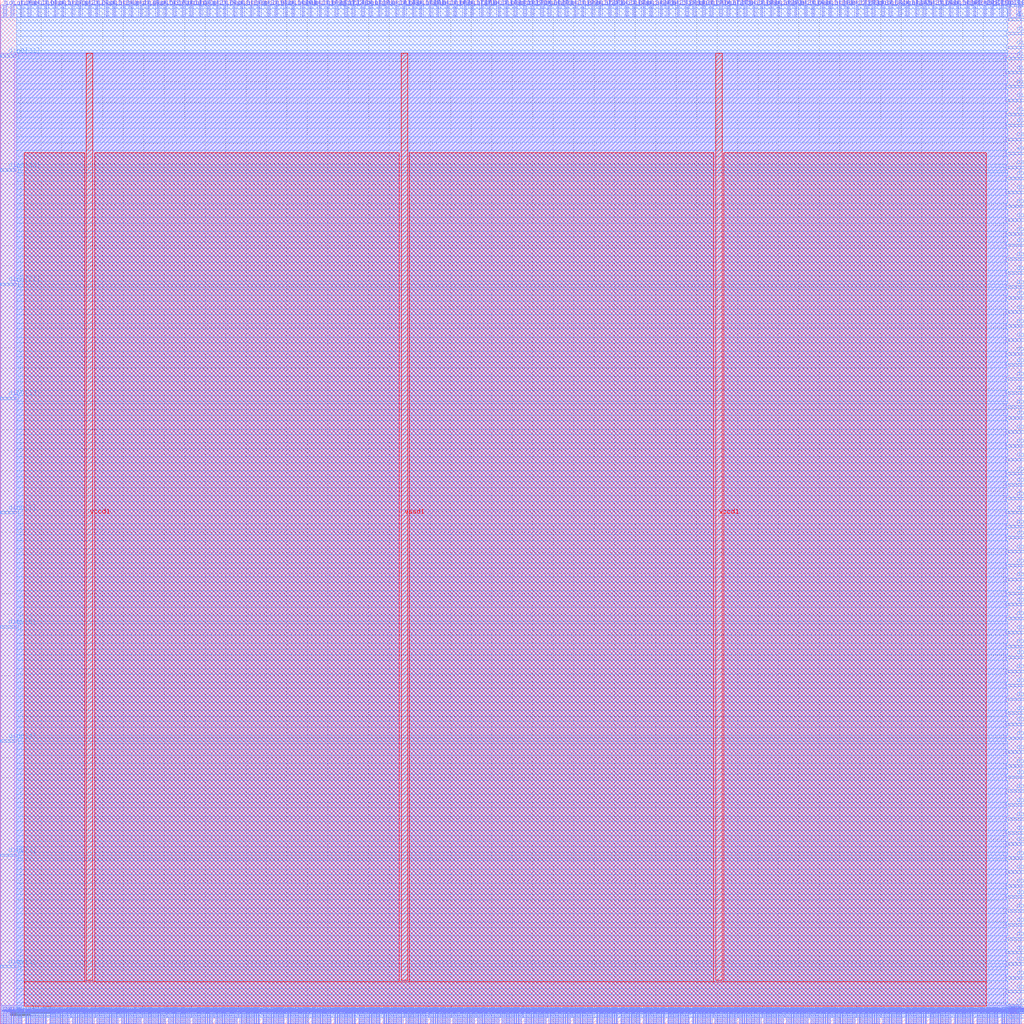
<source format=lef>
VERSION 5.7 ;
  NOWIREEXTENSIONATPIN ON ;
  DIVIDERCHAR "/" ;
  BUSBITCHARS "[]" ;
MACRO user_proj_example
  CLASS BLOCK ;
  FOREIGN user_proj_example ;
  ORIGIN 0.000 0.000 ;
  SIZE 250.000 BY 250.000 ;
  PIN csb0
    DIRECTION OUTPUT TRISTATE ;
    USE SIGNAL ;
    PORT
      LAYER met3 ;
        RECT 246.000 208.800 250.000 209.400 ;
    END
  END csb0
  PIN csb1
    DIRECTION OUTPUT TRISTATE ;
    USE SIGNAL ;
    PORT
      LAYER met3 ;
        RECT 246.000 215.600 250.000 216.200 ;
    END
  END csb1
  PIN din0[0]
    DIRECTION OUTPUT TRISTATE ;
    USE SIGNAL ;
    PORT
      LAYER met3 ;
        RECT 246.000 219.000 250.000 219.600 ;
    END
  END din0[0]
  PIN din0[10]
    DIRECTION OUTPUT TRISTATE ;
    USE SIGNAL ;
    PORT
      LAYER met2 ;
        RECT 246.190 0.000 246.470 4.000 ;
    END
  END din0[10]
  PIN din0[11]
    DIRECTION OUTPUT TRISTATE ;
    USE SIGNAL ;
    PORT
      LAYER met2 ;
        RECT 242.050 246.000 242.330 250.000 ;
    END
  END din0[11]
  PIN din0[12]
    DIRECTION OUTPUT TRISTATE ;
    USE SIGNAL ;
    PORT
      LAYER met3 ;
        RECT 246.000 228.520 250.000 229.120 ;
    END
  END din0[12]
  PIN din0[13]
    DIRECTION OUTPUT TRISTATE ;
    USE SIGNAL ;
    PORT
      LAYER met3 ;
        RECT 0.000 152.360 4.000 152.960 ;
    END
  END din0[13]
  PIN din0[14]
    DIRECTION OUTPUT TRISTATE ;
    USE SIGNAL ;
    PORT
      LAYER met2 ;
        RECT 246.650 0.000 246.930 4.000 ;
    END
  END din0[14]
  PIN din0[15]
    DIRECTION OUTPUT TRISTATE ;
    USE SIGNAL ;
    PORT
      LAYER met3 ;
        RECT 246.000 231.920 250.000 232.520 ;
    END
  END din0[15]
  PIN din0[16]
    DIRECTION OUTPUT TRISTATE ;
    USE SIGNAL ;
    PORT
      LAYER met2 ;
        RECT 247.110 0.000 247.390 4.000 ;
    END
  END din0[16]
  PIN din0[17]
    DIRECTION OUTPUT TRISTATE ;
    USE SIGNAL ;
    PORT
      LAYER met2 ;
        RECT 247.570 0.000 247.850 4.000 ;
    END
  END din0[17]
  PIN din0[18]
    DIRECTION OUTPUT TRISTATE ;
    USE SIGNAL ;
    PORT
      LAYER met3 ;
        RECT 246.000 235.320 250.000 235.920 ;
    END
  END din0[18]
  PIN din0[19]
    DIRECTION OUTPUT TRISTATE ;
    USE SIGNAL ;
    PORT
      LAYER met2 ;
        RECT 248.030 0.000 248.310 4.000 ;
    END
  END din0[19]
  PIN din0[1]
    DIRECTION OUTPUT TRISTATE ;
    USE SIGNAL ;
    PORT
      LAYER met3 ;
        RECT 0.000 13.640 4.000 14.240 ;
    END
  END din0[1]
  PIN din0[20]
    DIRECTION OUTPUT TRISTATE ;
    USE SIGNAL ;
    PORT
      LAYER met2 ;
        RECT 244.350 246.000 244.630 250.000 ;
    END
  END din0[20]
  PIN din0[21]
    DIRECTION OUTPUT TRISTATE ;
    USE SIGNAL ;
    PORT
      LAYER met3 ;
        RECT 0.000 180.240 4.000 180.840 ;
    END
  END din0[21]
  PIN din0[22]
    DIRECTION OUTPUT TRISTATE ;
    USE SIGNAL ;
    PORT
      LAYER met3 ;
        RECT 0.000 208.120 4.000 208.720 ;
    END
  END din0[22]
  PIN din0[23]
    DIRECTION OUTPUT TRISTATE ;
    USE SIGNAL ;
    PORT
      LAYER met2 ;
        RECT 248.490 0.000 248.770 4.000 ;
    END
  END din0[23]
  PIN din0[24]
    DIRECTION OUTPUT TRISTATE ;
    USE SIGNAL ;
    PORT
      LAYER met2 ;
        RECT 246.190 246.000 246.470 250.000 ;
    END
  END din0[24]
  PIN din0[25]
    DIRECTION OUTPUT TRISTATE ;
    USE SIGNAL ;
    PORT
      LAYER met2 ;
        RECT 248.490 246.000 248.770 250.000 ;
    END
  END din0[25]
  PIN din0[26]
    DIRECTION OUTPUT TRISTATE ;
    USE SIGNAL ;
    PORT
      LAYER met3 ;
        RECT 246.000 238.040 250.000 238.640 ;
    END
  END din0[26]
  PIN din0[27]
    DIRECTION OUTPUT TRISTATE ;
    USE SIGNAL ;
    PORT
      LAYER met3 ;
        RECT 246.000 241.440 250.000 242.040 ;
    END
  END din0[27]
  PIN din0[28]
    DIRECTION OUTPUT TRISTATE ;
    USE SIGNAL ;
    PORT
      LAYER met2 ;
        RECT 248.950 0.000 249.230 4.000 ;
    END
  END din0[28]
  PIN din0[29]
    DIRECTION OUTPUT TRISTATE ;
    USE SIGNAL ;
    PORT
      LAYER met3 ;
        RECT 246.000 244.840 250.000 245.440 ;
    END
  END din0[29]
  PIN din0[2]
    DIRECTION OUTPUT TRISTATE ;
    USE SIGNAL ;
    PORT
      LAYER met2 ;
        RECT 237.910 246.000 238.190 250.000 ;
    END
  END din0[2]
  PIN din0[30]
    DIRECTION OUTPUT TRISTATE ;
    USE SIGNAL ;
    PORT
      LAYER met3 ;
        RECT 246.000 248.240 250.000 248.840 ;
    END
  END din0[30]
  PIN din0[31]
    DIRECTION OUTPUT TRISTATE ;
    USE SIGNAL ;
    PORT
      LAYER met3 ;
        RECT 0.000 236.000 4.000 236.600 ;
    END
  END din0[31]
  PIN din0[3]
    DIRECTION OUTPUT TRISTATE ;
    USE SIGNAL ;
    PORT
      LAYER met3 ;
        RECT 0.000 40.840 4.000 41.440 ;
    END
  END din0[3]
  PIN din0[4]
    DIRECTION OUTPUT TRISTATE ;
    USE SIGNAL ;
    PORT
      LAYER met3 ;
        RECT 0.000 68.720 4.000 69.320 ;
    END
  END din0[4]
  PIN din0[5]
    DIRECTION OUTPUT TRISTATE ;
    USE SIGNAL ;
    PORT
      LAYER met3 ;
        RECT 246.000 221.720 250.000 222.320 ;
    END
  END din0[5]
  PIN din0[6]
    DIRECTION OUTPUT TRISTATE ;
    USE SIGNAL ;
    PORT
      LAYER met3 ;
        RECT 0.000 96.600 4.000 97.200 ;
    END
  END din0[6]
  PIN din0[7]
    DIRECTION OUTPUT TRISTATE ;
    USE SIGNAL ;
    PORT
      LAYER met3 ;
        RECT 0.000 124.480 4.000 125.080 ;
    END
  END din0[7]
  PIN din0[8]
    DIRECTION OUTPUT TRISTATE ;
    USE SIGNAL ;
    PORT
      LAYER met3 ;
        RECT 246.000 225.120 250.000 225.720 ;
    END
  END din0[8]
  PIN din0[9]
    DIRECTION OUTPUT TRISTATE ;
    USE SIGNAL ;
    PORT
      LAYER met2 ;
        RECT 240.210 246.000 240.490 250.000 ;
    END
  END din0[9]
  PIN dout0[0]
    DIRECTION INPUT ;
    USE SIGNAL ;
    PORT
      LAYER met3 ;
        RECT 246.000 1.400 250.000 2.000 ;
    END
  END dout0[0]
  PIN dout0[10]
    DIRECTION INPUT ;
    USE SIGNAL ;
    PORT
      LAYER met3 ;
        RECT 246.000 33.360 250.000 33.960 ;
    END
  END dout0[10]
  PIN dout0[11]
    DIRECTION INPUT ;
    USE SIGNAL ;
    PORT
      LAYER met3 ;
        RECT 246.000 36.760 250.000 37.360 ;
    END
  END dout0[11]
  PIN dout0[12]
    DIRECTION INPUT ;
    USE SIGNAL ;
    PORT
      LAYER met3 ;
        RECT 246.000 40.160 250.000 40.760 ;
    END
  END dout0[12]
  PIN dout0[13]
    DIRECTION INPUT ;
    USE SIGNAL ;
    PORT
      LAYER met3 ;
        RECT 246.000 43.560 250.000 44.160 ;
    END
  END dout0[13]
  PIN dout0[14]
    DIRECTION INPUT ;
    USE SIGNAL ;
    PORT
      LAYER met3 ;
        RECT 246.000 46.280 250.000 46.880 ;
    END
  END dout0[14]
  PIN dout0[15]
    DIRECTION INPUT ;
    USE SIGNAL ;
    PORT
      LAYER met3 ;
        RECT 246.000 49.680 250.000 50.280 ;
    END
  END dout0[15]
  PIN dout0[16]
    DIRECTION INPUT ;
    USE SIGNAL ;
    PORT
      LAYER met3 ;
        RECT 246.000 53.080 250.000 53.680 ;
    END
  END dout0[16]
  PIN dout0[17]
    DIRECTION INPUT ;
    USE SIGNAL ;
    PORT
      LAYER met3 ;
        RECT 246.000 56.480 250.000 57.080 ;
    END
  END dout0[17]
  PIN dout0[18]
    DIRECTION INPUT ;
    USE SIGNAL ;
    PORT
      LAYER met3 ;
        RECT 246.000 59.880 250.000 60.480 ;
    END
  END dout0[18]
  PIN dout0[19]
    DIRECTION INPUT ;
    USE SIGNAL ;
    PORT
      LAYER met3 ;
        RECT 246.000 62.600 250.000 63.200 ;
    END
  END dout0[19]
  PIN dout0[1]
    DIRECTION INPUT ;
    USE SIGNAL ;
    PORT
      LAYER met3 ;
        RECT 246.000 4.120 250.000 4.720 ;
    END
  END dout0[1]
  PIN dout0[20]
    DIRECTION INPUT ;
    USE SIGNAL ;
    PORT
      LAYER met3 ;
        RECT 246.000 66.000 250.000 66.600 ;
    END
  END dout0[20]
  PIN dout0[21]
    DIRECTION INPUT ;
    USE SIGNAL ;
    PORT
      LAYER met3 ;
        RECT 246.000 69.400 250.000 70.000 ;
    END
  END dout0[21]
  PIN dout0[22]
    DIRECTION INPUT ;
    USE SIGNAL ;
    PORT
      LAYER met3 ;
        RECT 246.000 72.800 250.000 73.400 ;
    END
  END dout0[22]
  PIN dout0[23]
    DIRECTION INPUT ;
    USE SIGNAL ;
    PORT
      LAYER met3 ;
        RECT 246.000 75.520 250.000 76.120 ;
    END
  END dout0[23]
  PIN dout0[24]
    DIRECTION INPUT ;
    USE SIGNAL ;
    PORT
      LAYER met3 ;
        RECT 246.000 78.920 250.000 79.520 ;
    END
  END dout0[24]
  PIN dout0[25]
    DIRECTION INPUT ;
    USE SIGNAL ;
    PORT
      LAYER met3 ;
        RECT 246.000 82.320 250.000 82.920 ;
    END
  END dout0[25]
  PIN dout0[26]
    DIRECTION INPUT ;
    USE SIGNAL ;
    PORT
      LAYER met3 ;
        RECT 246.000 85.720 250.000 86.320 ;
    END
  END dout0[26]
  PIN dout0[27]
    DIRECTION INPUT ;
    USE SIGNAL ;
    PORT
      LAYER met3 ;
        RECT 246.000 89.120 250.000 89.720 ;
    END
  END dout0[27]
  PIN dout0[28]
    DIRECTION INPUT ;
    USE SIGNAL ;
    PORT
      LAYER met3 ;
        RECT 246.000 91.840 250.000 92.440 ;
    END
  END dout0[28]
  PIN dout0[29]
    DIRECTION INPUT ;
    USE SIGNAL ;
    PORT
      LAYER met3 ;
        RECT 246.000 95.240 250.000 95.840 ;
    END
  END dout0[29]
  PIN dout0[2]
    DIRECTION INPUT ;
    USE SIGNAL ;
    PORT
      LAYER met3 ;
        RECT 246.000 7.520 250.000 8.120 ;
    END
  END dout0[2]
  PIN dout0[30]
    DIRECTION INPUT ;
    USE SIGNAL ;
    PORT
      LAYER met3 ;
        RECT 246.000 98.640 250.000 99.240 ;
    END
  END dout0[30]
  PIN dout0[31]
    DIRECTION INPUT ;
    USE SIGNAL ;
    PORT
      LAYER met3 ;
        RECT 246.000 102.040 250.000 102.640 ;
    END
  END dout0[31]
  PIN dout0[3]
    DIRECTION INPUT ;
    USE SIGNAL ;
    PORT
      LAYER met3 ;
        RECT 246.000 10.920 250.000 11.520 ;
    END
  END dout0[3]
  PIN dout0[4]
    DIRECTION INPUT ;
    USE SIGNAL ;
    PORT
      LAYER met3 ;
        RECT 246.000 14.320 250.000 14.920 ;
    END
  END dout0[4]
  PIN dout0[5]
    DIRECTION INPUT ;
    USE SIGNAL ;
    PORT
      LAYER met3 ;
        RECT 246.000 17.040 250.000 17.640 ;
    END
  END dout0[5]
  PIN dout0[6]
    DIRECTION INPUT ;
    USE SIGNAL ;
    PORT
      LAYER met3 ;
        RECT 246.000 20.440 250.000 21.040 ;
    END
  END dout0[6]
  PIN dout0[7]
    DIRECTION INPUT ;
    USE SIGNAL ;
    PORT
      LAYER met3 ;
        RECT 246.000 23.840 250.000 24.440 ;
    END
  END dout0[7]
  PIN dout0[8]
    DIRECTION INPUT ;
    USE SIGNAL ;
    PORT
      LAYER met3 ;
        RECT 246.000 27.240 250.000 27.840 ;
    END
  END dout0[8]
  PIN dout0[9]
    DIRECTION INPUT ;
    USE SIGNAL ;
    PORT
      LAYER met3 ;
        RECT 246.000 30.640 250.000 31.240 ;
    END
  END dout0[9]
  PIN dout1[0]
    DIRECTION INPUT ;
    USE SIGNAL ;
    PORT
      LAYER met3 ;
        RECT 246.000 104.760 250.000 105.360 ;
    END
  END dout1[0]
  PIN dout1[10]
    DIRECTION INPUT ;
    USE SIGNAL ;
    PORT
      LAYER met3 ;
        RECT 246.000 137.400 250.000 138.000 ;
    END
  END dout1[10]
  PIN dout1[11]
    DIRECTION INPUT ;
    USE SIGNAL ;
    PORT
      LAYER met3 ;
        RECT 246.000 140.800 250.000 141.400 ;
    END
  END dout1[11]
  PIN dout1[12]
    DIRECTION INPUT ;
    USE SIGNAL ;
    PORT
      LAYER met3 ;
        RECT 246.000 144.200 250.000 144.800 ;
    END
  END dout1[12]
  PIN dout1[13]
    DIRECTION INPUT ;
    USE SIGNAL ;
    PORT
      LAYER met3 ;
        RECT 246.000 147.600 250.000 148.200 ;
    END
  END dout1[13]
  PIN dout1[14]
    DIRECTION INPUT ;
    USE SIGNAL ;
    PORT
      LAYER met3 ;
        RECT 246.000 150.320 250.000 150.920 ;
    END
  END dout1[14]
  PIN dout1[15]
    DIRECTION INPUT ;
    USE SIGNAL ;
    PORT
      LAYER met3 ;
        RECT 246.000 153.720 250.000 154.320 ;
    END
  END dout1[15]
  PIN dout1[16]
    DIRECTION INPUT ;
    USE SIGNAL ;
    PORT
      LAYER met3 ;
        RECT 246.000 157.120 250.000 157.720 ;
    END
  END dout1[16]
  PIN dout1[17]
    DIRECTION INPUT ;
    USE SIGNAL ;
    PORT
      LAYER met3 ;
        RECT 246.000 160.520 250.000 161.120 ;
    END
  END dout1[17]
  PIN dout1[18]
    DIRECTION INPUT ;
    USE SIGNAL ;
    PORT
      LAYER met3 ;
        RECT 246.000 163.240 250.000 163.840 ;
    END
  END dout1[18]
  PIN dout1[19]
    DIRECTION INPUT ;
    USE SIGNAL ;
    PORT
      LAYER met3 ;
        RECT 246.000 166.640 250.000 167.240 ;
    END
  END dout1[19]
  PIN dout1[1]
    DIRECTION INPUT ;
    USE SIGNAL ;
    PORT
      LAYER met3 ;
        RECT 246.000 108.160 250.000 108.760 ;
    END
  END dout1[1]
  PIN dout1[20]
    DIRECTION INPUT ;
    USE SIGNAL ;
    PORT
      LAYER met3 ;
        RECT 246.000 170.040 250.000 170.640 ;
    END
  END dout1[20]
  PIN dout1[21]
    DIRECTION INPUT ;
    USE SIGNAL ;
    PORT
      LAYER met3 ;
        RECT 246.000 173.440 250.000 174.040 ;
    END
  END dout1[21]
  PIN dout1[22]
    DIRECTION INPUT ;
    USE SIGNAL ;
    PORT
      LAYER met3 ;
        RECT 246.000 176.840 250.000 177.440 ;
    END
  END dout1[22]
  PIN dout1[23]
    DIRECTION INPUT ;
    USE SIGNAL ;
    PORT
      LAYER met3 ;
        RECT 246.000 179.560 250.000 180.160 ;
    END
  END dout1[23]
  PIN dout1[24]
    DIRECTION INPUT ;
    USE SIGNAL ;
    PORT
      LAYER met3 ;
        RECT 246.000 182.960 250.000 183.560 ;
    END
  END dout1[24]
  PIN dout1[25]
    DIRECTION INPUT ;
    USE SIGNAL ;
    PORT
      LAYER met3 ;
        RECT 246.000 186.360 250.000 186.960 ;
    END
  END dout1[25]
  PIN dout1[26]
    DIRECTION INPUT ;
    USE SIGNAL ;
    PORT
      LAYER met3 ;
        RECT 246.000 189.760 250.000 190.360 ;
    END
  END dout1[26]
  PIN dout1[27]
    DIRECTION INPUT ;
    USE SIGNAL ;
    PORT
      LAYER met3 ;
        RECT 246.000 192.480 250.000 193.080 ;
    END
  END dout1[27]
  PIN dout1[28]
    DIRECTION INPUT ;
    USE SIGNAL ;
    PORT
      LAYER met3 ;
        RECT 246.000 195.880 250.000 196.480 ;
    END
  END dout1[28]
  PIN dout1[29]
    DIRECTION INPUT ;
    USE SIGNAL ;
    PORT
      LAYER met3 ;
        RECT 246.000 199.280 250.000 199.880 ;
    END
  END dout1[29]
  PIN dout1[2]
    DIRECTION INPUT ;
    USE SIGNAL ;
    PORT
      LAYER met3 ;
        RECT 246.000 111.560 250.000 112.160 ;
    END
  END dout1[2]
  PIN dout1[30]
    DIRECTION INPUT ;
    USE SIGNAL ;
    PORT
      LAYER met3 ;
        RECT 246.000 202.680 250.000 203.280 ;
    END
  END dout1[30]
  PIN dout1[31]
    DIRECTION INPUT ;
    USE SIGNAL ;
    PORT
      LAYER met3 ;
        RECT 246.000 206.080 250.000 206.680 ;
    END
  END dout1[31]
  PIN dout1[3]
    DIRECTION INPUT ;
    USE SIGNAL ;
    PORT
      LAYER met3 ;
        RECT 246.000 114.960 250.000 115.560 ;
    END
  END dout1[3]
  PIN dout1[4]
    DIRECTION INPUT ;
    USE SIGNAL ;
    PORT
      LAYER met3 ;
        RECT 246.000 118.360 250.000 118.960 ;
    END
  END dout1[4]
  PIN dout1[5]
    DIRECTION INPUT ;
    USE SIGNAL ;
    PORT
      LAYER met3 ;
        RECT 246.000 121.080 250.000 121.680 ;
    END
  END dout1[5]
  PIN dout1[6]
    DIRECTION INPUT ;
    USE SIGNAL ;
    PORT
      LAYER met3 ;
        RECT 246.000 124.480 250.000 125.080 ;
    END
  END dout1[6]
  PIN dout1[7]
    DIRECTION INPUT ;
    USE SIGNAL ;
    PORT
      LAYER met3 ;
        RECT 246.000 127.880 250.000 128.480 ;
    END
  END dout1[7]
  PIN dout1[8]
    DIRECTION INPUT ;
    USE SIGNAL ;
    PORT
      LAYER met3 ;
        RECT 246.000 131.280 250.000 131.880 ;
    END
  END dout1[8]
  PIN dout1[9]
    DIRECTION INPUT ;
    USE SIGNAL ;
    PORT
      LAYER met3 ;
        RECT 246.000 134.000 250.000 134.600 ;
    END
  END dout1[9]
  PIN io_in[0]
    DIRECTION INPUT ;
    USE SIGNAL ;
    PORT
      LAYER met2 ;
        RECT 1.010 246.000 1.290 250.000 ;
    END
  END io_in[0]
  PIN io_in[10]
    DIRECTION INPUT ;
    USE SIGNAL ;
    PORT
      LAYER met2 ;
        RECT 63.110 246.000 63.390 250.000 ;
    END
  END io_in[10]
  PIN io_in[11]
    DIRECTION INPUT ;
    USE SIGNAL ;
    PORT
      LAYER met2 ;
        RECT 69.550 246.000 69.830 250.000 ;
    END
  END io_in[11]
  PIN io_in[12]
    DIRECTION INPUT ;
    USE SIGNAL ;
    PORT
      LAYER met2 ;
        RECT 75.530 246.000 75.810 250.000 ;
    END
  END io_in[12]
  PIN io_in[13]
    DIRECTION INPUT ;
    USE SIGNAL ;
    PORT
      LAYER met2 ;
        RECT 81.970 246.000 82.250 250.000 ;
    END
  END io_in[13]
  PIN io_in[14]
    DIRECTION INPUT ;
    USE SIGNAL ;
    PORT
      LAYER met2 ;
        RECT 88.410 246.000 88.690 250.000 ;
    END
  END io_in[14]
  PIN io_in[15]
    DIRECTION INPUT ;
    USE SIGNAL ;
    PORT
      LAYER met2 ;
        RECT 94.390 246.000 94.670 250.000 ;
    END
  END io_in[15]
  PIN io_in[16]
    DIRECTION INPUT ;
    USE SIGNAL ;
    PORT
      LAYER met2 ;
        RECT 100.830 246.000 101.110 250.000 ;
    END
  END io_in[16]
  PIN io_in[17]
    DIRECTION INPUT ;
    USE SIGNAL ;
    PORT
      LAYER met2 ;
        RECT 106.810 246.000 107.090 250.000 ;
    END
  END io_in[17]
  PIN io_in[18]
    DIRECTION INPUT ;
    USE SIGNAL ;
    PORT
      LAYER met2 ;
        RECT 113.250 246.000 113.530 250.000 ;
    END
  END io_in[18]
  PIN io_in[19]
    DIRECTION INPUT ;
    USE SIGNAL ;
    PORT
      LAYER met2 ;
        RECT 119.230 246.000 119.510 250.000 ;
    END
  END io_in[19]
  PIN io_in[1]
    DIRECTION INPUT ;
    USE SIGNAL ;
    PORT
      LAYER met2 ;
        RECT 6.990 246.000 7.270 250.000 ;
    END
  END io_in[1]
  PIN io_in[20]
    DIRECTION INPUT ;
    USE SIGNAL ;
    PORT
      LAYER met2 ;
        RECT 125.670 246.000 125.950 250.000 ;
    END
  END io_in[20]
  PIN io_in[21]
    DIRECTION INPUT ;
    USE SIGNAL ;
    PORT
      LAYER met2 ;
        RECT 132.110 246.000 132.390 250.000 ;
    END
  END io_in[21]
  PIN io_in[22]
    DIRECTION INPUT ;
    USE SIGNAL ;
    PORT
      LAYER met2 ;
        RECT 138.090 246.000 138.370 250.000 ;
    END
  END io_in[22]
  PIN io_in[23]
    DIRECTION INPUT ;
    USE SIGNAL ;
    PORT
      LAYER met2 ;
        RECT 144.530 246.000 144.810 250.000 ;
    END
  END io_in[23]
  PIN io_in[24]
    DIRECTION INPUT ;
    USE SIGNAL ;
    PORT
      LAYER met2 ;
        RECT 150.510 246.000 150.790 250.000 ;
    END
  END io_in[24]
  PIN io_in[25]
    DIRECTION INPUT ;
    USE SIGNAL ;
    PORT
      LAYER met2 ;
        RECT 156.950 246.000 157.230 250.000 ;
    END
  END io_in[25]
  PIN io_in[26]
    DIRECTION INPUT ;
    USE SIGNAL ;
    PORT
      LAYER met2 ;
        RECT 162.930 246.000 163.210 250.000 ;
    END
  END io_in[26]
  PIN io_in[27]
    DIRECTION INPUT ;
    USE SIGNAL ;
    PORT
      LAYER met2 ;
        RECT 169.370 246.000 169.650 250.000 ;
    END
  END io_in[27]
  PIN io_in[28]
    DIRECTION INPUT ;
    USE SIGNAL ;
    PORT
      LAYER met2 ;
        RECT 175.810 246.000 176.090 250.000 ;
    END
  END io_in[28]
  PIN io_in[29]
    DIRECTION INPUT ;
    USE SIGNAL ;
    PORT
      LAYER met2 ;
        RECT 181.790 246.000 182.070 250.000 ;
    END
  END io_in[29]
  PIN io_in[2]
    DIRECTION INPUT ;
    USE SIGNAL ;
    PORT
      LAYER met2 ;
        RECT 13.430 246.000 13.710 250.000 ;
    END
  END io_in[2]
  PIN io_in[30]
    DIRECTION INPUT ;
    USE SIGNAL ;
    PORT
      LAYER met2 ;
        RECT 188.230 246.000 188.510 250.000 ;
    END
  END io_in[30]
  PIN io_in[31]
    DIRECTION INPUT ;
    USE SIGNAL ;
    PORT
      LAYER met2 ;
        RECT 194.210 246.000 194.490 250.000 ;
    END
  END io_in[31]
  PIN io_in[32]
    DIRECTION INPUT ;
    USE SIGNAL ;
    PORT
      LAYER met2 ;
        RECT 200.650 246.000 200.930 250.000 ;
    END
  END io_in[32]
  PIN io_in[33]
    DIRECTION INPUT ;
    USE SIGNAL ;
    PORT
      LAYER met2 ;
        RECT 206.630 246.000 206.910 250.000 ;
    END
  END io_in[33]
  PIN io_in[34]
    DIRECTION INPUT ;
    USE SIGNAL ;
    PORT
      LAYER met2 ;
        RECT 213.070 246.000 213.350 250.000 ;
    END
  END io_in[34]
  PIN io_in[35]
    DIRECTION INPUT ;
    USE SIGNAL ;
    PORT
      LAYER met2 ;
        RECT 219.510 246.000 219.790 250.000 ;
    END
  END io_in[35]
  PIN io_in[36]
    DIRECTION INPUT ;
    USE SIGNAL ;
    PORT
      LAYER met2 ;
        RECT 225.490 246.000 225.770 250.000 ;
    END
  END io_in[36]
  PIN io_in[37]
    DIRECTION INPUT ;
    USE SIGNAL ;
    PORT
      LAYER met2 ;
        RECT 231.930 246.000 232.210 250.000 ;
    END
  END io_in[37]
  PIN io_in[3]
    DIRECTION INPUT ;
    USE SIGNAL ;
    PORT
      LAYER met2 ;
        RECT 19.410 246.000 19.690 250.000 ;
    END
  END io_in[3]
  PIN io_in[4]
    DIRECTION INPUT ;
    USE SIGNAL ;
    PORT
      LAYER met2 ;
        RECT 25.850 246.000 26.130 250.000 ;
    END
  END io_in[4]
  PIN io_in[5]
    DIRECTION INPUT ;
    USE SIGNAL ;
    PORT
      LAYER met2 ;
        RECT 31.830 246.000 32.110 250.000 ;
    END
  END io_in[5]
  PIN io_in[6]
    DIRECTION INPUT ;
    USE SIGNAL ;
    PORT
      LAYER met2 ;
        RECT 38.270 246.000 38.550 250.000 ;
    END
  END io_in[6]
  PIN io_in[7]
    DIRECTION INPUT ;
    USE SIGNAL ;
    PORT
      LAYER met2 ;
        RECT 44.710 246.000 44.990 250.000 ;
    END
  END io_in[7]
  PIN io_in[8]
    DIRECTION INPUT ;
    USE SIGNAL ;
    PORT
      LAYER met2 ;
        RECT 50.690 246.000 50.970 250.000 ;
    END
  END io_in[8]
  PIN io_in[9]
    DIRECTION INPUT ;
    USE SIGNAL ;
    PORT
      LAYER met2 ;
        RECT 57.130 246.000 57.410 250.000 ;
    END
  END io_in[9]
  PIN io_oeb[0]
    DIRECTION OUTPUT TRISTATE ;
    USE SIGNAL ;
    PORT
      LAYER met2 ;
        RECT 2.850 246.000 3.130 250.000 ;
    END
  END io_oeb[0]
  PIN io_oeb[10]
    DIRECTION OUTPUT TRISTATE ;
    USE SIGNAL ;
    PORT
      LAYER met2 ;
        RECT 65.410 246.000 65.690 250.000 ;
    END
  END io_oeb[10]
  PIN io_oeb[11]
    DIRECTION OUTPUT TRISTATE ;
    USE SIGNAL ;
    PORT
      LAYER met2 ;
        RECT 71.390 246.000 71.670 250.000 ;
    END
  END io_oeb[11]
  PIN io_oeb[12]
    DIRECTION OUTPUT TRISTATE ;
    USE SIGNAL ;
    PORT
      LAYER met2 ;
        RECT 77.830 246.000 78.110 250.000 ;
    END
  END io_oeb[12]
  PIN io_oeb[13]
    DIRECTION OUTPUT TRISTATE ;
    USE SIGNAL ;
    PORT
      LAYER met2 ;
        RECT 84.270 246.000 84.550 250.000 ;
    END
  END io_oeb[13]
  PIN io_oeb[14]
    DIRECTION OUTPUT TRISTATE ;
    USE SIGNAL ;
    PORT
      LAYER met2 ;
        RECT 90.250 246.000 90.530 250.000 ;
    END
  END io_oeb[14]
  PIN io_oeb[15]
    DIRECTION OUTPUT TRISTATE ;
    USE SIGNAL ;
    PORT
      LAYER met2 ;
        RECT 96.690 246.000 96.970 250.000 ;
    END
  END io_oeb[15]
  PIN io_oeb[16]
    DIRECTION OUTPUT TRISTATE ;
    USE SIGNAL ;
    PORT
      LAYER met2 ;
        RECT 102.670 246.000 102.950 250.000 ;
    END
  END io_oeb[16]
  PIN io_oeb[17]
    DIRECTION OUTPUT TRISTATE ;
    USE SIGNAL ;
    PORT
      LAYER met2 ;
        RECT 109.110 246.000 109.390 250.000 ;
    END
  END io_oeb[17]
  PIN io_oeb[18]
    DIRECTION OUTPUT TRISTATE ;
    USE SIGNAL ;
    PORT
      LAYER met2 ;
        RECT 115.090 246.000 115.370 250.000 ;
    END
  END io_oeb[18]
  PIN io_oeb[19]
    DIRECTION OUTPUT TRISTATE ;
    USE SIGNAL ;
    PORT
      LAYER met2 ;
        RECT 121.530 246.000 121.810 250.000 ;
    END
  END io_oeb[19]
  PIN io_oeb[1]
    DIRECTION OUTPUT TRISTATE ;
    USE SIGNAL ;
    PORT
      LAYER met2 ;
        RECT 9.290 246.000 9.570 250.000 ;
    END
  END io_oeb[1]
  PIN io_oeb[20]
    DIRECTION OUTPUT TRISTATE ;
    USE SIGNAL ;
    PORT
      LAYER met2 ;
        RECT 127.970 246.000 128.250 250.000 ;
    END
  END io_oeb[20]
  PIN io_oeb[21]
    DIRECTION OUTPUT TRISTATE ;
    USE SIGNAL ;
    PORT
      LAYER met2 ;
        RECT 133.950 246.000 134.230 250.000 ;
    END
  END io_oeb[21]
  PIN io_oeb[22]
    DIRECTION OUTPUT TRISTATE ;
    USE SIGNAL ;
    PORT
      LAYER met2 ;
        RECT 140.390 246.000 140.670 250.000 ;
    END
  END io_oeb[22]
  PIN io_oeb[23]
    DIRECTION OUTPUT TRISTATE ;
    USE SIGNAL ;
    PORT
      LAYER met2 ;
        RECT 146.370 246.000 146.650 250.000 ;
    END
  END io_oeb[23]
  PIN io_oeb[24]
    DIRECTION OUTPUT TRISTATE ;
    USE SIGNAL ;
    PORT
      LAYER met2 ;
        RECT 152.810 246.000 153.090 250.000 ;
    END
  END io_oeb[24]
  PIN io_oeb[25]
    DIRECTION OUTPUT TRISTATE ;
    USE SIGNAL ;
    PORT
      LAYER met2 ;
        RECT 158.790 246.000 159.070 250.000 ;
    END
  END io_oeb[25]
  PIN io_oeb[26]
    DIRECTION OUTPUT TRISTATE ;
    USE SIGNAL ;
    PORT
      LAYER met2 ;
        RECT 165.230 246.000 165.510 250.000 ;
    END
  END io_oeb[26]
  PIN io_oeb[27]
    DIRECTION OUTPUT TRISTATE ;
    USE SIGNAL ;
    PORT
      LAYER met2 ;
        RECT 171.670 246.000 171.950 250.000 ;
    END
  END io_oeb[27]
  PIN io_oeb[28]
    DIRECTION OUTPUT TRISTATE ;
    USE SIGNAL ;
    PORT
      LAYER met2 ;
        RECT 177.650 246.000 177.930 250.000 ;
    END
  END io_oeb[28]
  PIN io_oeb[29]
    DIRECTION OUTPUT TRISTATE ;
    USE SIGNAL ;
    PORT
      LAYER met2 ;
        RECT 184.090 246.000 184.370 250.000 ;
    END
  END io_oeb[29]
  PIN io_oeb[2]
    DIRECTION OUTPUT TRISTATE ;
    USE SIGNAL ;
    PORT
      LAYER met2 ;
        RECT 15.270 246.000 15.550 250.000 ;
    END
  END io_oeb[2]
  PIN io_oeb[30]
    DIRECTION OUTPUT TRISTATE ;
    USE SIGNAL ;
    PORT
      LAYER met2 ;
        RECT 190.070 246.000 190.350 250.000 ;
    END
  END io_oeb[30]
  PIN io_oeb[31]
    DIRECTION OUTPUT TRISTATE ;
    USE SIGNAL ;
    PORT
      LAYER met2 ;
        RECT 196.510 246.000 196.790 250.000 ;
    END
  END io_oeb[31]
  PIN io_oeb[32]
    DIRECTION OUTPUT TRISTATE ;
    USE SIGNAL ;
    PORT
      LAYER met2 ;
        RECT 202.490 246.000 202.770 250.000 ;
    END
  END io_oeb[32]
  PIN io_oeb[33]
    DIRECTION OUTPUT TRISTATE ;
    USE SIGNAL ;
    PORT
      LAYER met2 ;
        RECT 208.930 246.000 209.210 250.000 ;
    END
  END io_oeb[33]
  PIN io_oeb[34]
    DIRECTION OUTPUT TRISTATE ;
    USE SIGNAL ;
    PORT
      LAYER met2 ;
        RECT 215.370 246.000 215.650 250.000 ;
    END
  END io_oeb[34]
  PIN io_oeb[35]
    DIRECTION OUTPUT TRISTATE ;
    USE SIGNAL ;
    PORT
      LAYER met2 ;
        RECT 221.350 246.000 221.630 250.000 ;
    END
  END io_oeb[35]
  PIN io_oeb[36]
    DIRECTION OUTPUT TRISTATE ;
    USE SIGNAL ;
    PORT
      LAYER met2 ;
        RECT 227.790 246.000 228.070 250.000 ;
    END
  END io_oeb[36]
  PIN io_oeb[37]
    DIRECTION OUTPUT TRISTATE ;
    USE SIGNAL ;
    PORT
      LAYER met2 ;
        RECT 233.770 246.000 234.050 250.000 ;
    END
  END io_oeb[37]
  PIN io_oeb[3]
    DIRECTION OUTPUT TRISTATE ;
    USE SIGNAL ;
    PORT
      LAYER met2 ;
        RECT 21.710 246.000 21.990 250.000 ;
    END
  END io_oeb[3]
  PIN io_oeb[4]
    DIRECTION OUTPUT TRISTATE ;
    USE SIGNAL ;
    PORT
      LAYER met2 ;
        RECT 27.690 246.000 27.970 250.000 ;
    END
  END io_oeb[4]
  PIN io_oeb[5]
    DIRECTION OUTPUT TRISTATE ;
    USE SIGNAL ;
    PORT
      LAYER met2 ;
        RECT 34.130 246.000 34.410 250.000 ;
    END
  END io_oeb[5]
  PIN io_oeb[6]
    DIRECTION OUTPUT TRISTATE ;
    USE SIGNAL ;
    PORT
      LAYER met2 ;
        RECT 40.110 246.000 40.390 250.000 ;
    END
  END io_oeb[6]
  PIN io_oeb[7]
    DIRECTION OUTPUT TRISTATE ;
    USE SIGNAL ;
    PORT
      LAYER met2 ;
        RECT 46.550 246.000 46.830 250.000 ;
    END
  END io_oeb[7]
  PIN io_oeb[8]
    DIRECTION OUTPUT TRISTATE ;
    USE SIGNAL ;
    PORT
      LAYER met2 ;
        RECT 52.990 246.000 53.270 250.000 ;
    END
  END io_oeb[8]
  PIN io_oeb[9]
    DIRECTION OUTPUT TRISTATE ;
    USE SIGNAL ;
    PORT
      LAYER met2 ;
        RECT 58.970 246.000 59.250 250.000 ;
    END
  END io_oeb[9]
  PIN io_out[0]
    DIRECTION OUTPUT TRISTATE ;
    USE SIGNAL ;
    PORT
      LAYER met2 ;
        RECT 5.150 246.000 5.430 250.000 ;
    END
  END io_out[0]
  PIN io_out[10]
    DIRECTION OUTPUT TRISTATE ;
    USE SIGNAL ;
    PORT
      LAYER met2 ;
        RECT 67.250 246.000 67.530 250.000 ;
    END
  END io_out[10]
  PIN io_out[11]
    DIRECTION OUTPUT TRISTATE ;
    USE SIGNAL ;
    PORT
      LAYER met2 ;
        RECT 73.690 246.000 73.970 250.000 ;
    END
  END io_out[11]
  PIN io_out[12]
    DIRECTION OUTPUT TRISTATE ;
    USE SIGNAL ;
    PORT
      LAYER met2 ;
        RECT 79.670 246.000 79.950 250.000 ;
    END
  END io_out[12]
  PIN io_out[13]
    DIRECTION OUTPUT TRISTATE ;
    USE SIGNAL ;
    PORT
      LAYER met2 ;
        RECT 86.110 246.000 86.390 250.000 ;
    END
  END io_out[13]
  PIN io_out[14]
    DIRECTION OUTPUT TRISTATE ;
    USE SIGNAL ;
    PORT
      LAYER met2 ;
        RECT 92.550 246.000 92.830 250.000 ;
    END
  END io_out[14]
  PIN io_out[15]
    DIRECTION OUTPUT TRISTATE ;
    USE SIGNAL ;
    PORT
      LAYER met2 ;
        RECT 98.530 246.000 98.810 250.000 ;
    END
  END io_out[15]
  PIN io_out[16]
    DIRECTION OUTPUT TRISTATE ;
    USE SIGNAL ;
    PORT
      LAYER met2 ;
        RECT 104.970 246.000 105.250 250.000 ;
    END
  END io_out[16]
  PIN io_out[17]
    DIRECTION OUTPUT TRISTATE ;
    USE SIGNAL ;
    PORT
      LAYER met2 ;
        RECT 110.950 246.000 111.230 250.000 ;
    END
  END io_out[17]
  PIN io_out[18]
    DIRECTION OUTPUT TRISTATE ;
    USE SIGNAL ;
    PORT
      LAYER met2 ;
        RECT 117.390 246.000 117.670 250.000 ;
    END
  END io_out[18]
  PIN io_out[19]
    DIRECTION OUTPUT TRISTATE ;
    USE SIGNAL ;
    PORT
      LAYER met2 ;
        RECT 123.370 246.000 123.650 250.000 ;
    END
  END io_out[19]
  PIN io_out[1]
    DIRECTION OUTPUT TRISTATE ;
    USE SIGNAL ;
    PORT
      LAYER met2 ;
        RECT 11.130 246.000 11.410 250.000 ;
    END
  END io_out[1]
  PIN io_out[20]
    DIRECTION OUTPUT TRISTATE ;
    USE SIGNAL ;
    PORT
      LAYER met2 ;
        RECT 129.810 246.000 130.090 250.000 ;
    END
  END io_out[20]
  PIN io_out[21]
    DIRECTION OUTPUT TRISTATE ;
    USE SIGNAL ;
    PORT
      LAYER met2 ;
        RECT 136.250 246.000 136.530 250.000 ;
    END
  END io_out[21]
  PIN io_out[22]
    DIRECTION OUTPUT TRISTATE ;
    USE SIGNAL ;
    PORT
      LAYER met2 ;
        RECT 142.230 246.000 142.510 250.000 ;
    END
  END io_out[22]
  PIN io_out[23]
    DIRECTION OUTPUT TRISTATE ;
    USE SIGNAL ;
    PORT
      LAYER met2 ;
        RECT 148.670 246.000 148.950 250.000 ;
    END
  END io_out[23]
  PIN io_out[24]
    DIRECTION OUTPUT TRISTATE ;
    USE SIGNAL ;
    PORT
      LAYER met2 ;
        RECT 154.650 246.000 154.930 250.000 ;
    END
  END io_out[24]
  PIN io_out[25]
    DIRECTION OUTPUT TRISTATE ;
    USE SIGNAL ;
    PORT
      LAYER met2 ;
        RECT 161.090 246.000 161.370 250.000 ;
    END
  END io_out[25]
  PIN io_out[26]
    DIRECTION OUTPUT TRISTATE ;
    USE SIGNAL ;
    PORT
      LAYER met2 ;
        RECT 167.530 246.000 167.810 250.000 ;
    END
  END io_out[26]
  PIN io_out[27]
    DIRECTION OUTPUT TRISTATE ;
    USE SIGNAL ;
    PORT
      LAYER met2 ;
        RECT 173.510 246.000 173.790 250.000 ;
    END
  END io_out[27]
  PIN io_out[28]
    DIRECTION OUTPUT TRISTATE ;
    USE SIGNAL ;
    PORT
      LAYER met2 ;
        RECT 179.950 246.000 180.230 250.000 ;
    END
  END io_out[28]
  PIN io_out[29]
    DIRECTION OUTPUT TRISTATE ;
    USE SIGNAL ;
    PORT
      LAYER met2 ;
        RECT 185.930 246.000 186.210 250.000 ;
    END
  END io_out[29]
  PIN io_out[2]
    DIRECTION OUTPUT TRISTATE ;
    USE SIGNAL ;
    PORT
      LAYER met2 ;
        RECT 17.570 246.000 17.850 250.000 ;
    END
  END io_out[2]
  PIN io_out[30]
    DIRECTION OUTPUT TRISTATE ;
    USE SIGNAL ;
    PORT
      LAYER met2 ;
        RECT 192.370 246.000 192.650 250.000 ;
    END
  END io_out[30]
  PIN io_out[31]
    DIRECTION OUTPUT TRISTATE ;
    USE SIGNAL ;
    PORT
      LAYER met2 ;
        RECT 198.350 246.000 198.630 250.000 ;
    END
  END io_out[31]
  PIN io_out[32]
    DIRECTION OUTPUT TRISTATE ;
    USE SIGNAL ;
    PORT
      LAYER met2 ;
        RECT 204.790 246.000 205.070 250.000 ;
    END
  END io_out[32]
  PIN io_out[33]
    DIRECTION OUTPUT TRISTATE ;
    USE SIGNAL ;
    PORT
      LAYER met2 ;
        RECT 211.230 246.000 211.510 250.000 ;
    END
  END io_out[33]
  PIN io_out[34]
    DIRECTION OUTPUT TRISTATE ;
    USE SIGNAL ;
    PORT
      LAYER met2 ;
        RECT 217.210 246.000 217.490 250.000 ;
    END
  END io_out[34]
  PIN io_out[35]
    DIRECTION OUTPUT TRISTATE ;
    USE SIGNAL ;
    PORT
      LAYER met2 ;
        RECT 223.650 246.000 223.930 250.000 ;
    END
  END io_out[35]
  PIN io_out[36]
    DIRECTION OUTPUT TRISTATE ;
    USE SIGNAL ;
    PORT
      LAYER met2 ;
        RECT 229.630 246.000 229.910 250.000 ;
    END
  END io_out[36]
  PIN io_out[37]
    DIRECTION OUTPUT TRISTATE ;
    USE SIGNAL ;
    PORT
      LAYER met2 ;
        RECT 236.070 246.000 236.350 250.000 ;
    END
  END io_out[37]
  PIN io_out[3]
    DIRECTION OUTPUT TRISTATE ;
    USE SIGNAL ;
    PORT
      LAYER met2 ;
        RECT 23.550 246.000 23.830 250.000 ;
    END
  END io_out[3]
  PIN io_out[4]
    DIRECTION OUTPUT TRISTATE ;
    USE SIGNAL ;
    PORT
      LAYER met2 ;
        RECT 29.990 246.000 30.270 250.000 ;
    END
  END io_out[4]
  PIN io_out[5]
    DIRECTION OUTPUT TRISTATE ;
    USE SIGNAL ;
    PORT
      LAYER met2 ;
        RECT 35.970 246.000 36.250 250.000 ;
    END
  END io_out[5]
  PIN io_out[6]
    DIRECTION OUTPUT TRISTATE ;
    USE SIGNAL ;
    PORT
      LAYER met2 ;
        RECT 42.410 246.000 42.690 250.000 ;
    END
  END io_out[6]
  PIN io_out[7]
    DIRECTION OUTPUT TRISTATE ;
    USE SIGNAL ;
    PORT
      LAYER met2 ;
        RECT 48.850 246.000 49.130 250.000 ;
    END
  END io_out[7]
  PIN io_out[8]
    DIRECTION OUTPUT TRISTATE ;
    USE SIGNAL ;
    PORT
      LAYER met2 ;
        RECT 54.830 246.000 55.110 250.000 ;
    END
  END io_out[8]
  PIN io_out[9]
    DIRECTION OUTPUT TRISTATE ;
    USE SIGNAL ;
    PORT
      LAYER met2 ;
        RECT 61.270 246.000 61.550 250.000 ;
    END
  END io_out[9]
  PIN irq[0]
    DIRECTION OUTPUT TRISTATE ;
    USE SIGNAL ;
    PORT
      LAYER met2 ;
        RECT 244.810 0.000 245.090 4.000 ;
    END
  END irq[0]
  PIN irq[1]
    DIRECTION OUTPUT TRISTATE ;
    USE SIGNAL ;
    PORT
      LAYER met2 ;
        RECT 245.270 0.000 245.550 4.000 ;
    END
  END irq[1]
  PIN irq[2]
    DIRECTION OUTPUT TRISTATE ;
    USE SIGNAL ;
    PORT
      LAYER met2 ;
        RECT 245.730 0.000 246.010 4.000 ;
    END
  END irq[2]
  PIN la_data_in[0]
    DIRECTION INPUT ;
    USE SIGNAL ;
    PORT
      LAYER met2 ;
        RECT 52.990 0.000 53.270 4.000 ;
    END
  END la_data_in[0]
  PIN la_data_in[100]
    DIRECTION INPUT ;
    USE SIGNAL ;
    PORT
      LAYER met2 ;
        RECT 202.490 0.000 202.770 4.000 ;
    END
  END la_data_in[100]
  PIN la_data_in[101]
    DIRECTION INPUT ;
    USE SIGNAL ;
    PORT
      LAYER met2 ;
        RECT 204.330 0.000 204.610 4.000 ;
    END
  END la_data_in[101]
  PIN la_data_in[102]
    DIRECTION INPUT ;
    USE SIGNAL ;
    PORT
      LAYER met2 ;
        RECT 205.710 0.000 205.990 4.000 ;
    END
  END la_data_in[102]
  PIN la_data_in[103]
    DIRECTION INPUT ;
    USE SIGNAL ;
    PORT
      LAYER met2 ;
        RECT 207.090 0.000 207.370 4.000 ;
    END
  END la_data_in[103]
  PIN la_data_in[104]
    DIRECTION INPUT ;
    USE SIGNAL ;
    PORT
      LAYER met2 ;
        RECT 208.470 0.000 208.750 4.000 ;
    END
  END la_data_in[104]
  PIN la_data_in[105]
    DIRECTION INPUT ;
    USE SIGNAL ;
    PORT
      LAYER met2 ;
        RECT 210.310 0.000 210.590 4.000 ;
    END
  END la_data_in[105]
  PIN la_data_in[106]
    DIRECTION INPUT ;
    USE SIGNAL ;
    PORT
      LAYER met2 ;
        RECT 211.690 0.000 211.970 4.000 ;
    END
  END la_data_in[106]
  PIN la_data_in[107]
    DIRECTION INPUT ;
    USE SIGNAL ;
    PORT
      LAYER met2 ;
        RECT 213.070 0.000 213.350 4.000 ;
    END
  END la_data_in[107]
  PIN la_data_in[108]
    DIRECTION INPUT ;
    USE SIGNAL ;
    PORT
      LAYER met2 ;
        RECT 214.450 0.000 214.730 4.000 ;
    END
  END la_data_in[108]
  PIN la_data_in[109]
    DIRECTION INPUT ;
    USE SIGNAL ;
    PORT
      LAYER met2 ;
        RECT 216.290 0.000 216.570 4.000 ;
    END
  END la_data_in[109]
  PIN la_data_in[10]
    DIRECTION INPUT ;
    USE SIGNAL ;
    PORT
      LAYER met2 ;
        RECT 67.710 0.000 67.990 4.000 ;
    END
  END la_data_in[10]
  PIN la_data_in[110]
    DIRECTION INPUT ;
    USE SIGNAL ;
    PORT
      LAYER met2 ;
        RECT 217.670 0.000 217.950 4.000 ;
    END
  END la_data_in[110]
  PIN la_data_in[111]
    DIRECTION INPUT ;
    USE SIGNAL ;
    PORT
      LAYER met2 ;
        RECT 219.050 0.000 219.330 4.000 ;
    END
  END la_data_in[111]
  PIN la_data_in[112]
    DIRECTION INPUT ;
    USE SIGNAL ;
    PORT
      LAYER met2 ;
        RECT 220.890 0.000 221.170 4.000 ;
    END
  END la_data_in[112]
  PIN la_data_in[113]
    DIRECTION INPUT ;
    USE SIGNAL ;
    PORT
      LAYER met2 ;
        RECT 222.270 0.000 222.550 4.000 ;
    END
  END la_data_in[113]
  PIN la_data_in[114]
    DIRECTION INPUT ;
    USE SIGNAL ;
    PORT
      LAYER met2 ;
        RECT 223.650 0.000 223.930 4.000 ;
    END
  END la_data_in[114]
  PIN la_data_in[115]
    DIRECTION INPUT ;
    USE SIGNAL ;
    PORT
      LAYER met2 ;
        RECT 225.030 0.000 225.310 4.000 ;
    END
  END la_data_in[115]
  PIN la_data_in[116]
    DIRECTION INPUT ;
    USE SIGNAL ;
    PORT
      LAYER met2 ;
        RECT 226.870 0.000 227.150 4.000 ;
    END
  END la_data_in[116]
  PIN la_data_in[117]
    DIRECTION INPUT ;
    USE SIGNAL ;
    PORT
      LAYER met2 ;
        RECT 228.250 0.000 228.530 4.000 ;
    END
  END la_data_in[117]
  PIN la_data_in[118]
    DIRECTION INPUT ;
    USE SIGNAL ;
    PORT
      LAYER met2 ;
        RECT 229.630 0.000 229.910 4.000 ;
    END
  END la_data_in[118]
  PIN la_data_in[119]
    DIRECTION INPUT ;
    USE SIGNAL ;
    PORT
      LAYER met2 ;
        RECT 231.010 0.000 231.290 4.000 ;
    END
  END la_data_in[119]
  PIN la_data_in[11]
    DIRECTION INPUT ;
    USE SIGNAL ;
    PORT
      LAYER met2 ;
        RECT 69.090 0.000 69.370 4.000 ;
    END
  END la_data_in[11]
  PIN la_data_in[120]
    DIRECTION INPUT ;
    USE SIGNAL ;
    PORT
      LAYER met2 ;
        RECT 232.850 0.000 233.130 4.000 ;
    END
  END la_data_in[120]
  PIN la_data_in[121]
    DIRECTION INPUT ;
    USE SIGNAL ;
    PORT
      LAYER met2 ;
        RECT 234.230 0.000 234.510 4.000 ;
    END
  END la_data_in[121]
  PIN la_data_in[122]
    DIRECTION INPUT ;
    USE SIGNAL ;
    PORT
      LAYER met2 ;
        RECT 235.610 0.000 235.890 4.000 ;
    END
  END la_data_in[122]
  PIN la_data_in[123]
    DIRECTION INPUT ;
    USE SIGNAL ;
    PORT
      LAYER met2 ;
        RECT 236.990 0.000 237.270 4.000 ;
    END
  END la_data_in[123]
  PIN la_data_in[124]
    DIRECTION INPUT ;
    USE SIGNAL ;
    PORT
      LAYER met2 ;
        RECT 238.830 0.000 239.110 4.000 ;
    END
  END la_data_in[124]
  PIN la_data_in[125]
    DIRECTION INPUT ;
    USE SIGNAL ;
    PORT
      LAYER met2 ;
        RECT 240.210 0.000 240.490 4.000 ;
    END
  END la_data_in[125]
  PIN la_data_in[126]
    DIRECTION INPUT ;
    USE SIGNAL ;
    PORT
      LAYER met2 ;
        RECT 241.590 0.000 241.870 4.000 ;
    END
  END la_data_in[126]
  PIN la_data_in[127]
    DIRECTION INPUT ;
    USE SIGNAL ;
    PORT
      LAYER met2 ;
        RECT 242.970 0.000 243.250 4.000 ;
    END
  END la_data_in[127]
  PIN la_data_in[12]
    DIRECTION INPUT ;
    USE SIGNAL ;
    PORT
      LAYER met2 ;
        RECT 70.930 0.000 71.210 4.000 ;
    END
  END la_data_in[12]
  PIN la_data_in[13]
    DIRECTION INPUT ;
    USE SIGNAL ;
    PORT
      LAYER met2 ;
        RECT 72.310 0.000 72.590 4.000 ;
    END
  END la_data_in[13]
  PIN la_data_in[14]
    DIRECTION INPUT ;
    USE SIGNAL ;
    PORT
      LAYER met2 ;
        RECT 73.690 0.000 73.970 4.000 ;
    END
  END la_data_in[14]
  PIN la_data_in[15]
    DIRECTION INPUT ;
    USE SIGNAL ;
    PORT
      LAYER met2 ;
        RECT 75.070 0.000 75.350 4.000 ;
    END
  END la_data_in[15]
  PIN la_data_in[16]
    DIRECTION INPUT ;
    USE SIGNAL ;
    PORT
      LAYER met2 ;
        RECT 76.910 0.000 77.190 4.000 ;
    END
  END la_data_in[16]
  PIN la_data_in[17]
    DIRECTION INPUT ;
    USE SIGNAL ;
    PORT
      LAYER met2 ;
        RECT 78.290 0.000 78.570 4.000 ;
    END
  END la_data_in[17]
  PIN la_data_in[18]
    DIRECTION INPUT ;
    USE SIGNAL ;
    PORT
      LAYER met2 ;
        RECT 79.670 0.000 79.950 4.000 ;
    END
  END la_data_in[18]
  PIN la_data_in[19]
    DIRECTION INPUT ;
    USE SIGNAL ;
    PORT
      LAYER met2 ;
        RECT 81.510 0.000 81.790 4.000 ;
    END
  END la_data_in[19]
  PIN la_data_in[1]
    DIRECTION INPUT ;
    USE SIGNAL ;
    PORT
      LAYER met2 ;
        RECT 54.370 0.000 54.650 4.000 ;
    END
  END la_data_in[1]
  PIN la_data_in[20]
    DIRECTION INPUT ;
    USE SIGNAL ;
    PORT
      LAYER met2 ;
        RECT 82.890 0.000 83.170 4.000 ;
    END
  END la_data_in[20]
  PIN la_data_in[21]
    DIRECTION INPUT ;
    USE SIGNAL ;
    PORT
      LAYER met2 ;
        RECT 84.270 0.000 84.550 4.000 ;
    END
  END la_data_in[21]
  PIN la_data_in[22]
    DIRECTION INPUT ;
    USE SIGNAL ;
    PORT
      LAYER met2 ;
        RECT 85.650 0.000 85.930 4.000 ;
    END
  END la_data_in[22]
  PIN la_data_in[23]
    DIRECTION INPUT ;
    USE SIGNAL ;
    PORT
      LAYER met2 ;
        RECT 87.490 0.000 87.770 4.000 ;
    END
  END la_data_in[23]
  PIN la_data_in[24]
    DIRECTION INPUT ;
    USE SIGNAL ;
    PORT
      LAYER met2 ;
        RECT 88.870 0.000 89.150 4.000 ;
    END
  END la_data_in[24]
  PIN la_data_in[25]
    DIRECTION INPUT ;
    USE SIGNAL ;
    PORT
      LAYER met2 ;
        RECT 90.250 0.000 90.530 4.000 ;
    END
  END la_data_in[25]
  PIN la_data_in[26]
    DIRECTION INPUT ;
    USE SIGNAL ;
    PORT
      LAYER met2 ;
        RECT 91.630 0.000 91.910 4.000 ;
    END
  END la_data_in[26]
  PIN la_data_in[27]
    DIRECTION INPUT ;
    USE SIGNAL ;
    PORT
      LAYER met2 ;
        RECT 93.470 0.000 93.750 4.000 ;
    END
  END la_data_in[27]
  PIN la_data_in[28]
    DIRECTION INPUT ;
    USE SIGNAL ;
    PORT
      LAYER met2 ;
        RECT 94.850 0.000 95.130 4.000 ;
    END
  END la_data_in[28]
  PIN la_data_in[29]
    DIRECTION INPUT ;
    USE SIGNAL ;
    PORT
      LAYER met2 ;
        RECT 96.230 0.000 96.510 4.000 ;
    END
  END la_data_in[29]
  PIN la_data_in[2]
    DIRECTION INPUT ;
    USE SIGNAL ;
    PORT
      LAYER met2 ;
        RECT 55.750 0.000 56.030 4.000 ;
    END
  END la_data_in[2]
  PIN la_data_in[30]
    DIRECTION INPUT ;
    USE SIGNAL ;
    PORT
      LAYER met2 ;
        RECT 97.610 0.000 97.890 4.000 ;
    END
  END la_data_in[30]
  PIN la_data_in[31]
    DIRECTION INPUT ;
    USE SIGNAL ;
    PORT
      LAYER met2 ;
        RECT 99.450 0.000 99.730 4.000 ;
    END
  END la_data_in[31]
  PIN la_data_in[32]
    DIRECTION INPUT ;
    USE SIGNAL ;
    PORT
      LAYER met2 ;
        RECT 100.830 0.000 101.110 4.000 ;
    END
  END la_data_in[32]
  PIN la_data_in[33]
    DIRECTION INPUT ;
    USE SIGNAL ;
    PORT
      LAYER met2 ;
        RECT 102.210 0.000 102.490 4.000 ;
    END
  END la_data_in[33]
  PIN la_data_in[34]
    DIRECTION INPUT ;
    USE SIGNAL ;
    PORT
      LAYER met2 ;
        RECT 103.590 0.000 103.870 4.000 ;
    END
  END la_data_in[34]
  PIN la_data_in[35]
    DIRECTION INPUT ;
    USE SIGNAL ;
    PORT
      LAYER met2 ;
        RECT 105.430 0.000 105.710 4.000 ;
    END
  END la_data_in[35]
  PIN la_data_in[36]
    DIRECTION INPUT ;
    USE SIGNAL ;
    PORT
      LAYER met2 ;
        RECT 106.810 0.000 107.090 4.000 ;
    END
  END la_data_in[36]
  PIN la_data_in[37]
    DIRECTION INPUT ;
    USE SIGNAL ;
    PORT
      LAYER met2 ;
        RECT 108.190 0.000 108.470 4.000 ;
    END
  END la_data_in[37]
  PIN la_data_in[38]
    DIRECTION INPUT ;
    USE SIGNAL ;
    PORT
      LAYER met2 ;
        RECT 109.570 0.000 109.850 4.000 ;
    END
  END la_data_in[38]
  PIN la_data_in[39]
    DIRECTION INPUT ;
    USE SIGNAL ;
    PORT
      LAYER met2 ;
        RECT 111.410 0.000 111.690 4.000 ;
    END
  END la_data_in[39]
  PIN la_data_in[3]
    DIRECTION INPUT ;
    USE SIGNAL ;
    PORT
      LAYER met2 ;
        RECT 57.130 0.000 57.410 4.000 ;
    END
  END la_data_in[3]
  PIN la_data_in[40]
    DIRECTION INPUT ;
    USE SIGNAL ;
    PORT
      LAYER met2 ;
        RECT 112.790 0.000 113.070 4.000 ;
    END
  END la_data_in[40]
  PIN la_data_in[41]
    DIRECTION INPUT ;
    USE SIGNAL ;
    PORT
      LAYER met2 ;
        RECT 114.170 0.000 114.450 4.000 ;
    END
  END la_data_in[41]
  PIN la_data_in[42]
    DIRECTION INPUT ;
    USE SIGNAL ;
    PORT
      LAYER met2 ;
        RECT 115.550 0.000 115.830 4.000 ;
    END
  END la_data_in[42]
  PIN la_data_in[43]
    DIRECTION INPUT ;
    USE SIGNAL ;
    PORT
      LAYER met2 ;
        RECT 117.390 0.000 117.670 4.000 ;
    END
  END la_data_in[43]
  PIN la_data_in[44]
    DIRECTION INPUT ;
    USE SIGNAL ;
    PORT
      LAYER met2 ;
        RECT 118.770 0.000 119.050 4.000 ;
    END
  END la_data_in[44]
  PIN la_data_in[45]
    DIRECTION INPUT ;
    USE SIGNAL ;
    PORT
      LAYER met2 ;
        RECT 120.150 0.000 120.430 4.000 ;
    END
  END la_data_in[45]
  PIN la_data_in[46]
    DIRECTION INPUT ;
    USE SIGNAL ;
    PORT
      LAYER met2 ;
        RECT 121.530 0.000 121.810 4.000 ;
    END
  END la_data_in[46]
  PIN la_data_in[47]
    DIRECTION INPUT ;
    USE SIGNAL ;
    PORT
      LAYER met2 ;
        RECT 123.370 0.000 123.650 4.000 ;
    END
  END la_data_in[47]
  PIN la_data_in[48]
    DIRECTION INPUT ;
    USE SIGNAL ;
    PORT
      LAYER met2 ;
        RECT 124.750 0.000 125.030 4.000 ;
    END
  END la_data_in[48]
  PIN la_data_in[49]
    DIRECTION INPUT ;
    USE SIGNAL ;
    PORT
      LAYER met2 ;
        RECT 126.130 0.000 126.410 4.000 ;
    END
  END la_data_in[49]
  PIN la_data_in[4]
    DIRECTION INPUT ;
    USE SIGNAL ;
    PORT
      LAYER met2 ;
        RECT 58.970 0.000 59.250 4.000 ;
    END
  END la_data_in[4]
  PIN la_data_in[50]
    DIRECTION INPUT ;
    USE SIGNAL ;
    PORT
      LAYER met2 ;
        RECT 127.970 0.000 128.250 4.000 ;
    END
  END la_data_in[50]
  PIN la_data_in[51]
    DIRECTION INPUT ;
    USE SIGNAL ;
    PORT
      LAYER met2 ;
        RECT 129.350 0.000 129.630 4.000 ;
    END
  END la_data_in[51]
  PIN la_data_in[52]
    DIRECTION INPUT ;
    USE SIGNAL ;
    PORT
      LAYER met2 ;
        RECT 130.730 0.000 131.010 4.000 ;
    END
  END la_data_in[52]
  PIN la_data_in[53]
    DIRECTION INPUT ;
    USE SIGNAL ;
    PORT
      LAYER met2 ;
        RECT 132.110 0.000 132.390 4.000 ;
    END
  END la_data_in[53]
  PIN la_data_in[54]
    DIRECTION INPUT ;
    USE SIGNAL ;
    PORT
      LAYER met2 ;
        RECT 133.950 0.000 134.230 4.000 ;
    END
  END la_data_in[54]
  PIN la_data_in[55]
    DIRECTION INPUT ;
    USE SIGNAL ;
    PORT
      LAYER met2 ;
        RECT 135.330 0.000 135.610 4.000 ;
    END
  END la_data_in[55]
  PIN la_data_in[56]
    DIRECTION INPUT ;
    USE SIGNAL ;
    PORT
      LAYER met2 ;
        RECT 136.710 0.000 136.990 4.000 ;
    END
  END la_data_in[56]
  PIN la_data_in[57]
    DIRECTION INPUT ;
    USE SIGNAL ;
    PORT
      LAYER met2 ;
        RECT 138.090 0.000 138.370 4.000 ;
    END
  END la_data_in[57]
  PIN la_data_in[58]
    DIRECTION INPUT ;
    USE SIGNAL ;
    PORT
      LAYER met2 ;
        RECT 139.930 0.000 140.210 4.000 ;
    END
  END la_data_in[58]
  PIN la_data_in[59]
    DIRECTION INPUT ;
    USE SIGNAL ;
    PORT
      LAYER met2 ;
        RECT 141.310 0.000 141.590 4.000 ;
    END
  END la_data_in[59]
  PIN la_data_in[5]
    DIRECTION INPUT ;
    USE SIGNAL ;
    PORT
      LAYER met2 ;
        RECT 60.350 0.000 60.630 4.000 ;
    END
  END la_data_in[5]
  PIN la_data_in[60]
    DIRECTION INPUT ;
    USE SIGNAL ;
    PORT
      LAYER met2 ;
        RECT 142.690 0.000 142.970 4.000 ;
    END
  END la_data_in[60]
  PIN la_data_in[61]
    DIRECTION INPUT ;
    USE SIGNAL ;
    PORT
      LAYER met2 ;
        RECT 144.070 0.000 144.350 4.000 ;
    END
  END la_data_in[61]
  PIN la_data_in[62]
    DIRECTION INPUT ;
    USE SIGNAL ;
    PORT
      LAYER met2 ;
        RECT 145.910 0.000 146.190 4.000 ;
    END
  END la_data_in[62]
  PIN la_data_in[63]
    DIRECTION INPUT ;
    USE SIGNAL ;
    PORT
      LAYER met2 ;
        RECT 147.290 0.000 147.570 4.000 ;
    END
  END la_data_in[63]
  PIN la_data_in[64]
    DIRECTION INPUT ;
    USE SIGNAL ;
    PORT
      LAYER met2 ;
        RECT 148.670 0.000 148.950 4.000 ;
    END
  END la_data_in[64]
  PIN la_data_in[65]
    DIRECTION INPUT ;
    USE SIGNAL ;
    PORT
      LAYER met2 ;
        RECT 150.050 0.000 150.330 4.000 ;
    END
  END la_data_in[65]
  PIN la_data_in[66]
    DIRECTION INPUT ;
    USE SIGNAL ;
    PORT
      LAYER met2 ;
        RECT 151.890 0.000 152.170 4.000 ;
    END
  END la_data_in[66]
  PIN la_data_in[67]
    DIRECTION INPUT ;
    USE SIGNAL ;
    PORT
      LAYER met2 ;
        RECT 153.270 0.000 153.550 4.000 ;
    END
  END la_data_in[67]
  PIN la_data_in[68]
    DIRECTION INPUT ;
    USE SIGNAL ;
    PORT
      LAYER met2 ;
        RECT 154.650 0.000 154.930 4.000 ;
    END
  END la_data_in[68]
  PIN la_data_in[69]
    DIRECTION INPUT ;
    USE SIGNAL ;
    PORT
      LAYER met2 ;
        RECT 156.030 0.000 156.310 4.000 ;
    END
  END la_data_in[69]
  PIN la_data_in[6]
    DIRECTION INPUT ;
    USE SIGNAL ;
    PORT
      LAYER met2 ;
        RECT 61.730 0.000 62.010 4.000 ;
    END
  END la_data_in[6]
  PIN la_data_in[70]
    DIRECTION INPUT ;
    USE SIGNAL ;
    PORT
      LAYER met2 ;
        RECT 157.870 0.000 158.150 4.000 ;
    END
  END la_data_in[70]
  PIN la_data_in[71]
    DIRECTION INPUT ;
    USE SIGNAL ;
    PORT
      LAYER met2 ;
        RECT 159.250 0.000 159.530 4.000 ;
    END
  END la_data_in[71]
  PIN la_data_in[72]
    DIRECTION INPUT ;
    USE SIGNAL ;
    PORT
      LAYER met2 ;
        RECT 160.630 0.000 160.910 4.000 ;
    END
  END la_data_in[72]
  PIN la_data_in[73]
    DIRECTION INPUT ;
    USE SIGNAL ;
    PORT
      LAYER met2 ;
        RECT 162.010 0.000 162.290 4.000 ;
    END
  END la_data_in[73]
  PIN la_data_in[74]
    DIRECTION INPUT ;
    USE SIGNAL ;
    PORT
      LAYER met2 ;
        RECT 163.850 0.000 164.130 4.000 ;
    END
  END la_data_in[74]
  PIN la_data_in[75]
    DIRECTION INPUT ;
    USE SIGNAL ;
    PORT
      LAYER met2 ;
        RECT 165.230 0.000 165.510 4.000 ;
    END
  END la_data_in[75]
  PIN la_data_in[76]
    DIRECTION INPUT ;
    USE SIGNAL ;
    PORT
      LAYER met2 ;
        RECT 166.610 0.000 166.890 4.000 ;
    END
  END la_data_in[76]
  PIN la_data_in[77]
    DIRECTION INPUT ;
    USE SIGNAL ;
    PORT
      LAYER met2 ;
        RECT 167.990 0.000 168.270 4.000 ;
    END
  END la_data_in[77]
  PIN la_data_in[78]
    DIRECTION INPUT ;
    USE SIGNAL ;
    PORT
      LAYER met2 ;
        RECT 169.830 0.000 170.110 4.000 ;
    END
  END la_data_in[78]
  PIN la_data_in[79]
    DIRECTION INPUT ;
    USE SIGNAL ;
    PORT
      LAYER met2 ;
        RECT 171.210 0.000 171.490 4.000 ;
    END
  END la_data_in[79]
  PIN la_data_in[7]
    DIRECTION INPUT ;
    USE SIGNAL ;
    PORT
      LAYER met2 ;
        RECT 63.110 0.000 63.390 4.000 ;
    END
  END la_data_in[7]
  PIN la_data_in[80]
    DIRECTION INPUT ;
    USE SIGNAL ;
    PORT
      LAYER met2 ;
        RECT 172.590 0.000 172.870 4.000 ;
    END
  END la_data_in[80]
  PIN la_data_in[81]
    DIRECTION INPUT ;
    USE SIGNAL ;
    PORT
      LAYER met2 ;
        RECT 174.430 0.000 174.710 4.000 ;
    END
  END la_data_in[81]
  PIN la_data_in[82]
    DIRECTION INPUT ;
    USE SIGNAL ;
    PORT
      LAYER met2 ;
        RECT 175.810 0.000 176.090 4.000 ;
    END
  END la_data_in[82]
  PIN la_data_in[83]
    DIRECTION INPUT ;
    USE SIGNAL ;
    PORT
      LAYER met2 ;
        RECT 177.190 0.000 177.470 4.000 ;
    END
  END la_data_in[83]
  PIN la_data_in[84]
    DIRECTION INPUT ;
    USE SIGNAL ;
    PORT
      LAYER met2 ;
        RECT 178.570 0.000 178.850 4.000 ;
    END
  END la_data_in[84]
  PIN la_data_in[85]
    DIRECTION INPUT ;
    USE SIGNAL ;
    PORT
      LAYER met2 ;
        RECT 180.410 0.000 180.690 4.000 ;
    END
  END la_data_in[85]
  PIN la_data_in[86]
    DIRECTION INPUT ;
    USE SIGNAL ;
    PORT
      LAYER met2 ;
        RECT 181.790 0.000 182.070 4.000 ;
    END
  END la_data_in[86]
  PIN la_data_in[87]
    DIRECTION INPUT ;
    USE SIGNAL ;
    PORT
      LAYER met2 ;
        RECT 183.170 0.000 183.450 4.000 ;
    END
  END la_data_in[87]
  PIN la_data_in[88]
    DIRECTION INPUT ;
    USE SIGNAL ;
    PORT
      LAYER met2 ;
        RECT 184.550 0.000 184.830 4.000 ;
    END
  END la_data_in[88]
  PIN la_data_in[89]
    DIRECTION INPUT ;
    USE SIGNAL ;
    PORT
      LAYER met2 ;
        RECT 186.390 0.000 186.670 4.000 ;
    END
  END la_data_in[89]
  PIN la_data_in[8]
    DIRECTION INPUT ;
    USE SIGNAL ;
    PORT
      LAYER met2 ;
        RECT 64.950 0.000 65.230 4.000 ;
    END
  END la_data_in[8]
  PIN la_data_in[90]
    DIRECTION INPUT ;
    USE SIGNAL ;
    PORT
      LAYER met2 ;
        RECT 187.770 0.000 188.050 4.000 ;
    END
  END la_data_in[90]
  PIN la_data_in[91]
    DIRECTION INPUT ;
    USE SIGNAL ;
    PORT
      LAYER met2 ;
        RECT 189.150 0.000 189.430 4.000 ;
    END
  END la_data_in[91]
  PIN la_data_in[92]
    DIRECTION INPUT ;
    USE SIGNAL ;
    PORT
      LAYER met2 ;
        RECT 190.530 0.000 190.810 4.000 ;
    END
  END la_data_in[92]
  PIN la_data_in[93]
    DIRECTION INPUT ;
    USE SIGNAL ;
    PORT
      LAYER met2 ;
        RECT 192.370 0.000 192.650 4.000 ;
    END
  END la_data_in[93]
  PIN la_data_in[94]
    DIRECTION INPUT ;
    USE SIGNAL ;
    PORT
      LAYER met2 ;
        RECT 193.750 0.000 194.030 4.000 ;
    END
  END la_data_in[94]
  PIN la_data_in[95]
    DIRECTION INPUT ;
    USE SIGNAL ;
    PORT
      LAYER met2 ;
        RECT 195.130 0.000 195.410 4.000 ;
    END
  END la_data_in[95]
  PIN la_data_in[96]
    DIRECTION INPUT ;
    USE SIGNAL ;
    PORT
      LAYER met2 ;
        RECT 196.510 0.000 196.790 4.000 ;
    END
  END la_data_in[96]
  PIN la_data_in[97]
    DIRECTION INPUT ;
    USE SIGNAL ;
    PORT
      LAYER met2 ;
        RECT 198.350 0.000 198.630 4.000 ;
    END
  END la_data_in[97]
  PIN la_data_in[98]
    DIRECTION INPUT ;
    USE SIGNAL ;
    PORT
      LAYER met2 ;
        RECT 199.730 0.000 200.010 4.000 ;
    END
  END la_data_in[98]
  PIN la_data_in[99]
    DIRECTION INPUT ;
    USE SIGNAL ;
    PORT
      LAYER met2 ;
        RECT 201.110 0.000 201.390 4.000 ;
    END
  END la_data_in[99]
  PIN la_data_in[9]
    DIRECTION INPUT ;
    USE SIGNAL ;
    PORT
      LAYER met2 ;
        RECT 66.330 0.000 66.610 4.000 ;
    END
  END la_data_in[9]
  PIN la_data_out[0]
    DIRECTION OUTPUT TRISTATE ;
    USE SIGNAL ;
    PORT
      LAYER met2 ;
        RECT 53.450 0.000 53.730 4.000 ;
    END
  END la_data_out[0]
  PIN la_data_out[100]
    DIRECTION OUTPUT TRISTATE ;
    USE SIGNAL ;
    PORT
      LAYER met2 ;
        RECT 203.410 0.000 203.690 4.000 ;
    END
  END la_data_out[100]
  PIN la_data_out[101]
    DIRECTION OUTPUT TRISTATE ;
    USE SIGNAL ;
    PORT
      LAYER met2 ;
        RECT 204.790 0.000 205.070 4.000 ;
    END
  END la_data_out[101]
  PIN la_data_out[102]
    DIRECTION OUTPUT TRISTATE ;
    USE SIGNAL ;
    PORT
      LAYER met2 ;
        RECT 206.170 0.000 206.450 4.000 ;
    END
  END la_data_out[102]
  PIN la_data_out[103]
    DIRECTION OUTPUT TRISTATE ;
    USE SIGNAL ;
    PORT
      LAYER met2 ;
        RECT 207.550 0.000 207.830 4.000 ;
    END
  END la_data_out[103]
  PIN la_data_out[104]
    DIRECTION OUTPUT TRISTATE ;
    USE SIGNAL ;
    PORT
      LAYER met2 ;
        RECT 209.390 0.000 209.670 4.000 ;
    END
  END la_data_out[104]
  PIN la_data_out[105]
    DIRECTION OUTPUT TRISTATE ;
    USE SIGNAL ;
    PORT
      LAYER met2 ;
        RECT 210.770 0.000 211.050 4.000 ;
    END
  END la_data_out[105]
  PIN la_data_out[106]
    DIRECTION OUTPUT TRISTATE ;
    USE SIGNAL ;
    PORT
      LAYER met2 ;
        RECT 212.150 0.000 212.430 4.000 ;
    END
  END la_data_out[106]
  PIN la_data_out[107]
    DIRECTION OUTPUT TRISTATE ;
    USE SIGNAL ;
    PORT
      LAYER met2 ;
        RECT 213.530 0.000 213.810 4.000 ;
    END
  END la_data_out[107]
  PIN la_data_out[108]
    DIRECTION OUTPUT TRISTATE ;
    USE SIGNAL ;
    PORT
      LAYER met2 ;
        RECT 215.370 0.000 215.650 4.000 ;
    END
  END la_data_out[108]
  PIN la_data_out[109]
    DIRECTION OUTPUT TRISTATE ;
    USE SIGNAL ;
    PORT
      LAYER met2 ;
        RECT 216.750 0.000 217.030 4.000 ;
    END
  END la_data_out[109]
  PIN la_data_out[10]
    DIRECTION OUTPUT TRISTATE ;
    USE SIGNAL ;
    PORT
      LAYER met2 ;
        RECT 68.170 0.000 68.450 4.000 ;
    END
  END la_data_out[10]
  PIN la_data_out[110]
    DIRECTION OUTPUT TRISTATE ;
    USE SIGNAL ;
    PORT
      LAYER met2 ;
        RECT 218.130 0.000 218.410 4.000 ;
    END
  END la_data_out[110]
  PIN la_data_out[111]
    DIRECTION OUTPUT TRISTATE ;
    USE SIGNAL ;
    PORT
      LAYER met2 ;
        RECT 219.510 0.000 219.790 4.000 ;
    END
  END la_data_out[111]
  PIN la_data_out[112]
    DIRECTION OUTPUT TRISTATE ;
    USE SIGNAL ;
    PORT
      LAYER met2 ;
        RECT 221.350 0.000 221.630 4.000 ;
    END
  END la_data_out[112]
  PIN la_data_out[113]
    DIRECTION OUTPUT TRISTATE ;
    USE SIGNAL ;
    PORT
      LAYER met2 ;
        RECT 222.730 0.000 223.010 4.000 ;
    END
  END la_data_out[113]
  PIN la_data_out[114]
    DIRECTION OUTPUT TRISTATE ;
    USE SIGNAL ;
    PORT
      LAYER met2 ;
        RECT 224.110 0.000 224.390 4.000 ;
    END
  END la_data_out[114]
  PIN la_data_out[115]
    DIRECTION OUTPUT TRISTATE ;
    USE SIGNAL ;
    PORT
      LAYER met2 ;
        RECT 225.490 0.000 225.770 4.000 ;
    END
  END la_data_out[115]
  PIN la_data_out[116]
    DIRECTION OUTPUT TRISTATE ;
    USE SIGNAL ;
    PORT
      LAYER met2 ;
        RECT 227.330 0.000 227.610 4.000 ;
    END
  END la_data_out[116]
  PIN la_data_out[117]
    DIRECTION OUTPUT TRISTATE ;
    USE SIGNAL ;
    PORT
      LAYER met2 ;
        RECT 228.710 0.000 228.990 4.000 ;
    END
  END la_data_out[117]
  PIN la_data_out[118]
    DIRECTION OUTPUT TRISTATE ;
    USE SIGNAL ;
    PORT
      LAYER met2 ;
        RECT 230.090 0.000 230.370 4.000 ;
    END
  END la_data_out[118]
  PIN la_data_out[119]
    DIRECTION OUTPUT TRISTATE ;
    USE SIGNAL ;
    PORT
      LAYER met2 ;
        RECT 231.470 0.000 231.750 4.000 ;
    END
  END la_data_out[119]
  PIN la_data_out[11]
    DIRECTION OUTPUT TRISTATE ;
    USE SIGNAL ;
    PORT
      LAYER met2 ;
        RECT 70.010 0.000 70.290 4.000 ;
    END
  END la_data_out[11]
  PIN la_data_out[120]
    DIRECTION OUTPUT TRISTATE ;
    USE SIGNAL ;
    PORT
      LAYER met2 ;
        RECT 233.310 0.000 233.590 4.000 ;
    END
  END la_data_out[120]
  PIN la_data_out[121]
    DIRECTION OUTPUT TRISTATE ;
    USE SIGNAL ;
    PORT
      LAYER met2 ;
        RECT 234.690 0.000 234.970 4.000 ;
    END
  END la_data_out[121]
  PIN la_data_out[122]
    DIRECTION OUTPUT TRISTATE ;
    USE SIGNAL ;
    PORT
      LAYER met2 ;
        RECT 236.070 0.000 236.350 4.000 ;
    END
  END la_data_out[122]
  PIN la_data_out[123]
    DIRECTION OUTPUT TRISTATE ;
    USE SIGNAL ;
    PORT
      LAYER met2 ;
        RECT 237.450 0.000 237.730 4.000 ;
    END
  END la_data_out[123]
  PIN la_data_out[124]
    DIRECTION OUTPUT TRISTATE ;
    USE SIGNAL ;
    PORT
      LAYER met2 ;
        RECT 239.290 0.000 239.570 4.000 ;
    END
  END la_data_out[124]
  PIN la_data_out[125]
    DIRECTION OUTPUT TRISTATE ;
    USE SIGNAL ;
    PORT
      LAYER met2 ;
        RECT 240.670 0.000 240.950 4.000 ;
    END
  END la_data_out[125]
  PIN la_data_out[126]
    DIRECTION OUTPUT TRISTATE ;
    USE SIGNAL ;
    PORT
      LAYER met2 ;
        RECT 242.050 0.000 242.330 4.000 ;
    END
  END la_data_out[126]
  PIN la_data_out[127]
    DIRECTION OUTPUT TRISTATE ;
    USE SIGNAL ;
    PORT
      LAYER met2 ;
        RECT 243.430 0.000 243.710 4.000 ;
    END
  END la_data_out[127]
  PIN la_data_out[12]
    DIRECTION OUTPUT TRISTATE ;
    USE SIGNAL ;
    PORT
      LAYER met2 ;
        RECT 71.390 0.000 71.670 4.000 ;
    END
  END la_data_out[12]
  PIN la_data_out[13]
    DIRECTION OUTPUT TRISTATE ;
    USE SIGNAL ;
    PORT
      LAYER met2 ;
        RECT 72.770 0.000 73.050 4.000 ;
    END
  END la_data_out[13]
  PIN la_data_out[14]
    DIRECTION OUTPUT TRISTATE ;
    USE SIGNAL ;
    PORT
      LAYER met2 ;
        RECT 74.150 0.000 74.430 4.000 ;
    END
  END la_data_out[14]
  PIN la_data_out[15]
    DIRECTION OUTPUT TRISTATE ;
    USE SIGNAL ;
    PORT
      LAYER met2 ;
        RECT 75.990 0.000 76.270 4.000 ;
    END
  END la_data_out[15]
  PIN la_data_out[16]
    DIRECTION OUTPUT TRISTATE ;
    USE SIGNAL ;
    PORT
      LAYER met2 ;
        RECT 77.370 0.000 77.650 4.000 ;
    END
  END la_data_out[16]
  PIN la_data_out[17]
    DIRECTION OUTPUT TRISTATE ;
    USE SIGNAL ;
    PORT
      LAYER met2 ;
        RECT 78.750 0.000 79.030 4.000 ;
    END
  END la_data_out[17]
  PIN la_data_out[18]
    DIRECTION OUTPUT TRISTATE ;
    USE SIGNAL ;
    PORT
      LAYER met2 ;
        RECT 80.130 0.000 80.410 4.000 ;
    END
  END la_data_out[18]
  PIN la_data_out[19]
    DIRECTION OUTPUT TRISTATE ;
    USE SIGNAL ;
    PORT
      LAYER met2 ;
        RECT 81.970 0.000 82.250 4.000 ;
    END
  END la_data_out[19]
  PIN la_data_out[1]
    DIRECTION OUTPUT TRISTATE ;
    USE SIGNAL ;
    PORT
      LAYER met2 ;
        RECT 54.830 0.000 55.110 4.000 ;
    END
  END la_data_out[1]
  PIN la_data_out[20]
    DIRECTION OUTPUT TRISTATE ;
    USE SIGNAL ;
    PORT
      LAYER met2 ;
        RECT 83.350 0.000 83.630 4.000 ;
    END
  END la_data_out[20]
  PIN la_data_out[21]
    DIRECTION OUTPUT TRISTATE ;
    USE SIGNAL ;
    PORT
      LAYER met2 ;
        RECT 84.730 0.000 85.010 4.000 ;
    END
  END la_data_out[21]
  PIN la_data_out[22]
    DIRECTION OUTPUT TRISTATE ;
    USE SIGNAL ;
    PORT
      LAYER met2 ;
        RECT 86.110 0.000 86.390 4.000 ;
    END
  END la_data_out[22]
  PIN la_data_out[23]
    DIRECTION OUTPUT TRISTATE ;
    USE SIGNAL ;
    PORT
      LAYER met2 ;
        RECT 87.950 0.000 88.230 4.000 ;
    END
  END la_data_out[23]
  PIN la_data_out[24]
    DIRECTION OUTPUT TRISTATE ;
    USE SIGNAL ;
    PORT
      LAYER met2 ;
        RECT 89.330 0.000 89.610 4.000 ;
    END
  END la_data_out[24]
  PIN la_data_out[25]
    DIRECTION OUTPUT TRISTATE ;
    USE SIGNAL ;
    PORT
      LAYER met2 ;
        RECT 90.710 0.000 90.990 4.000 ;
    END
  END la_data_out[25]
  PIN la_data_out[26]
    DIRECTION OUTPUT TRISTATE ;
    USE SIGNAL ;
    PORT
      LAYER met2 ;
        RECT 92.090 0.000 92.370 4.000 ;
    END
  END la_data_out[26]
  PIN la_data_out[27]
    DIRECTION OUTPUT TRISTATE ;
    USE SIGNAL ;
    PORT
      LAYER met2 ;
        RECT 93.930 0.000 94.210 4.000 ;
    END
  END la_data_out[27]
  PIN la_data_out[28]
    DIRECTION OUTPUT TRISTATE ;
    USE SIGNAL ;
    PORT
      LAYER met2 ;
        RECT 95.310 0.000 95.590 4.000 ;
    END
  END la_data_out[28]
  PIN la_data_out[29]
    DIRECTION OUTPUT TRISTATE ;
    USE SIGNAL ;
    PORT
      LAYER met2 ;
        RECT 96.690 0.000 96.970 4.000 ;
    END
  END la_data_out[29]
  PIN la_data_out[2]
    DIRECTION OUTPUT TRISTATE ;
    USE SIGNAL ;
    PORT
      LAYER met2 ;
        RECT 56.210 0.000 56.490 4.000 ;
    END
  END la_data_out[2]
  PIN la_data_out[30]
    DIRECTION OUTPUT TRISTATE ;
    USE SIGNAL ;
    PORT
      LAYER met2 ;
        RECT 98.070 0.000 98.350 4.000 ;
    END
  END la_data_out[30]
  PIN la_data_out[31]
    DIRECTION OUTPUT TRISTATE ;
    USE SIGNAL ;
    PORT
      LAYER met2 ;
        RECT 99.910 0.000 100.190 4.000 ;
    END
  END la_data_out[31]
  PIN la_data_out[32]
    DIRECTION OUTPUT TRISTATE ;
    USE SIGNAL ;
    PORT
      LAYER met2 ;
        RECT 101.290 0.000 101.570 4.000 ;
    END
  END la_data_out[32]
  PIN la_data_out[33]
    DIRECTION OUTPUT TRISTATE ;
    USE SIGNAL ;
    PORT
      LAYER met2 ;
        RECT 102.670 0.000 102.950 4.000 ;
    END
  END la_data_out[33]
  PIN la_data_out[34]
    DIRECTION OUTPUT TRISTATE ;
    USE SIGNAL ;
    PORT
      LAYER met2 ;
        RECT 104.050 0.000 104.330 4.000 ;
    END
  END la_data_out[34]
  PIN la_data_out[35]
    DIRECTION OUTPUT TRISTATE ;
    USE SIGNAL ;
    PORT
      LAYER met2 ;
        RECT 105.890 0.000 106.170 4.000 ;
    END
  END la_data_out[35]
  PIN la_data_out[36]
    DIRECTION OUTPUT TRISTATE ;
    USE SIGNAL ;
    PORT
      LAYER met2 ;
        RECT 107.270 0.000 107.550 4.000 ;
    END
  END la_data_out[36]
  PIN la_data_out[37]
    DIRECTION OUTPUT TRISTATE ;
    USE SIGNAL ;
    PORT
      LAYER met2 ;
        RECT 108.650 0.000 108.930 4.000 ;
    END
  END la_data_out[37]
  PIN la_data_out[38]
    DIRECTION OUTPUT TRISTATE ;
    USE SIGNAL ;
    PORT
      LAYER met2 ;
        RECT 110.490 0.000 110.770 4.000 ;
    END
  END la_data_out[38]
  PIN la_data_out[39]
    DIRECTION OUTPUT TRISTATE ;
    USE SIGNAL ;
    PORT
      LAYER met2 ;
        RECT 111.870 0.000 112.150 4.000 ;
    END
  END la_data_out[39]
  PIN la_data_out[3]
    DIRECTION OUTPUT TRISTATE ;
    USE SIGNAL ;
    PORT
      LAYER met2 ;
        RECT 57.590 0.000 57.870 4.000 ;
    END
  END la_data_out[3]
  PIN la_data_out[40]
    DIRECTION OUTPUT TRISTATE ;
    USE SIGNAL ;
    PORT
      LAYER met2 ;
        RECT 113.250 0.000 113.530 4.000 ;
    END
  END la_data_out[40]
  PIN la_data_out[41]
    DIRECTION OUTPUT TRISTATE ;
    USE SIGNAL ;
    PORT
      LAYER met2 ;
        RECT 114.630 0.000 114.910 4.000 ;
    END
  END la_data_out[41]
  PIN la_data_out[42]
    DIRECTION OUTPUT TRISTATE ;
    USE SIGNAL ;
    PORT
      LAYER met2 ;
        RECT 116.470 0.000 116.750 4.000 ;
    END
  END la_data_out[42]
  PIN la_data_out[43]
    DIRECTION OUTPUT TRISTATE ;
    USE SIGNAL ;
    PORT
      LAYER met2 ;
        RECT 117.850 0.000 118.130 4.000 ;
    END
  END la_data_out[43]
  PIN la_data_out[44]
    DIRECTION OUTPUT TRISTATE ;
    USE SIGNAL ;
    PORT
      LAYER met2 ;
        RECT 119.230 0.000 119.510 4.000 ;
    END
  END la_data_out[44]
  PIN la_data_out[45]
    DIRECTION OUTPUT TRISTATE ;
    USE SIGNAL ;
    PORT
      LAYER met2 ;
        RECT 120.610 0.000 120.890 4.000 ;
    END
  END la_data_out[45]
  PIN la_data_out[46]
    DIRECTION OUTPUT TRISTATE ;
    USE SIGNAL ;
    PORT
      LAYER met2 ;
        RECT 122.450 0.000 122.730 4.000 ;
    END
  END la_data_out[46]
  PIN la_data_out[47]
    DIRECTION OUTPUT TRISTATE ;
    USE SIGNAL ;
    PORT
      LAYER met2 ;
        RECT 123.830 0.000 124.110 4.000 ;
    END
  END la_data_out[47]
  PIN la_data_out[48]
    DIRECTION OUTPUT TRISTATE ;
    USE SIGNAL ;
    PORT
      LAYER met2 ;
        RECT 125.210 0.000 125.490 4.000 ;
    END
  END la_data_out[48]
  PIN la_data_out[49]
    DIRECTION OUTPUT TRISTATE ;
    USE SIGNAL ;
    PORT
      LAYER met2 ;
        RECT 126.590 0.000 126.870 4.000 ;
    END
  END la_data_out[49]
  PIN la_data_out[4]
    DIRECTION OUTPUT TRISTATE ;
    USE SIGNAL ;
    PORT
      LAYER met2 ;
        RECT 59.430 0.000 59.710 4.000 ;
    END
  END la_data_out[4]
  PIN la_data_out[50]
    DIRECTION OUTPUT TRISTATE ;
    USE SIGNAL ;
    PORT
      LAYER met2 ;
        RECT 128.430 0.000 128.710 4.000 ;
    END
  END la_data_out[50]
  PIN la_data_out[51]
    DIRECTION OUTPUT TRISTATE ;
    USE SIGNAL ;
    PORT
      LAYER met2 ;
        RECT 129.810 0.000 130.090 4.000 ;
    END
  END la_data_out[51]
  PIN la_data_out[52]
    DIRECTION OUTPUT TRISTATE ;
    USE SIGNAL ;
    PORT
      LAYER met2 ;
        RECT 131.190 0.000 131.470 4.000 ;
    END
  END la_data_out[52]
  PIN la_data_out[53]
    DIRECTION OUTPUT TRISTATE ;
    USE SIGNAL ;
    PORT
      LAYER met2 ;
        RECT 132.570 0.000 132.850 4.000 ;
    END
  END la_data_out[53]
  PIN la_data_out[54]
    DIRECTION OUTPUT TRISTATE ;
    USE SIGNAL ;
    PORT
      LAYER met2 ;
        RECT 134.410 0.000 134.690 4.000 ;
    END
  END la_data_out[54]
  PIN la_data_out[55]
    DIRECTION OUTPUT TRISTATE ;
    USE SIGNAL ;
    PORT
      LAYER met2 ;
        RECT 135.790 0.000 136.070 4.000 ;
    END
  END la_data_out[55]
  PIN la_data_out[56]
    DIRECTION OUTPUT TRISTATE ;
    USE SIGNAL ;
    PORT
      LAYER met2 ;
        RECT 137.170 0.000 137.450 4.000 ;
    END
  END la_data_out[56]
  PIN la_data_out[57]
    DIRECTION OUTPUT TRISTATE ;
    USE SIGNAL ;
    PORT
      LAYER met2 ;
        RECT 138.550 0.000 138.830 4.000 ;
    END
  END la_data_out[57]
  PIN la_data_out[58]
    DIRECTION OUTPUT TRISTATE ;
    USE SIGNAL ;
    PORT
      LAYER met2 ;
        RECT 140.390 0.000 140.670 4.000 ;
    END
  END la_data_out[58]
  PIN la_data_out[59]
    DIRECTION OUTPUT TRISTATE ;
    USE SIGNAL ;
    PORT
      LAYER met2 ;
        RECT 141.770 0.000 142.050 4.000 ;
    END
  END la_data_out[59]
  PIN la_data_out[5]
    DIRECTION OUTPUT TRISTATE ;
    USE SIGNAL ;
    PORT
      LAYER met2 ;
        RECT 60.810 0.000 61.090 4.000 ;
    END
  END la_data_out[5]
  PIN la_data_out[60]
    DIRECTION OUTPUT TRISTATE ;
    USE SIGNAL ;
    PORT
      LAYER met2 ;
        RECT 143.150 0.000 143.430 4.000 ;
    END
  END la_data_out[60]
  PIN la_data_out[61]
    DIRECTION OUTPUT TRISTATE ;
    USE SIGNAL ;
    PORT
      LAYER met2 ;
        RECT 144.530 0.000 144.810 4.000 ;
    END
  END la_data_out[61]
  PIN la_data_out[62]
    DIRECTION OUTPUT TRISTATE ;
    USE SIGNAL ;
    PORT
      LAYER met2 ;
        RECT 146.370 0.000 146.650 4.000 ;
    END
  END la_data_out[62]
  PIN la_data_out[63]
    DIRECTION OUTPUT TRISTATE ;
    USE SIGNAL ;
    PORT
      LAYER met2 ;
        RECT 147.750 0.000 148.030 4.000 ;
    END
  END la_data_out[63]
  PIN la_data_out[64]
    DIRECTION OUTPUT TRISTATE ;
    USE SIGNAL ;
    PORT
      LAYER met2 ;
        RECT 149.130 0.000 149.410 4.000 ;
    END
  END la_data_out[64]
  PIN la_data_out[65]
    DIRECTION OUTPUT TRISTATE ;
    USE SIGNAL ;
    PORT
      LAYER met2 ;
        RECT 150.510 0.000 150.790 4.000 ;
    END
  END la_data_out[65]
  PIN la_data_out[66]
    DIRECTION OUTPUT TRISTATE ;
    USE SIGNAL ;
    PORT
      LAYER met2 ;
        RECT 152.350 0.000 152.630 4.000 ;
    END
  END la_data_out[66]
  PIN la_data_out[67]
    DIRECTION OUTPUT TRISTATE ;
    USE SIGNAL ;
    PORT
      LAYER met2 ;
        RECT 153.730 0.000 154.010 4.000 ;
    END
  END la_data_out[67]
  PIN la_data_out[68]
    DIRECTION OUTPUT TRISTATE ;
    USE SIGNAL ;
    PORT
      LAYER met2 ;
        RECT 155.110 0.000 155.390 4.000 ;
    END
  END la_data_out[68]
  PIN la_data_out[69]
    DIRECTION OUTPUT TRISTATE ;
    USE SIGNAL ;
    PORT
      LAYER met2 ;
        RECT 156.950 0.000 157.230 4.000 ;
    END
  END la_data_out[69]
  PIN la_data_out[6]
    DIRECTION OUTPUT TRISTATE ;
    USE SIGNAL ;
    PORT
      LAYER met2 ;
        RECT 62.190 0.000 62.470 4.000 ;
    END
  END la_data_out[6]
  PIN la_data_out[70]
    DIRECTION OUTPUT TRISTATE ;
    USE SIGNAL ;
    PORT
      LAYER met2 ;
        RECT 158.330 0.000 158.610 4.000 ;
    END
  END la_data_out[70]
  PIN la_data_out[71]
    DIRECTION OUTPUT TRISTATE ;
    USE SIGNAL ;
    PORT
      LAYER met2 ;
        RECT 159.710 0.000 159.990 4.000 ;
    END
  END la_data_out[71]
  PIN la_data_out[72]
    DIRECTION OUTPUT TRISTATE ;
    USE SIGNAL ;
    PORT
      LAYER met2 ;
        RECT 161.090 0.000 161.370 4.000 ;
    END
  END la_data_out[72]
  PIN la_data_out[73]
    DIRECTION OUTPUT TRISTATE ;
    USE SIGNAL ;
    PORT
      LAYER met2 ;
        RECT 162.930 0.000 163.210 4.000 ;
    END
  END la_data_out[73]
  PIN la_data_out[74]
    DIRECTION OUTPUT TRISTATE ;
    USE SIGNAL ;
    PORT
      LAYER met2 ;
        RECT 164.310 0.000 164.590 4.000 ;
    END
  END la_data_out[74]
  PIN la_data_out[75]
    DIRECTION OUTPUT TRISTATE ;
    USE SIGNAL ;
    PORT
      LAYER met2 ;
        RECT 165.690 0.000 165.970 4.000 ;
    END
  END la_data_out[75]
  PIN la_data_out[76]
    DIRECTION OUTPUT TRISTATE ;
    USE SIGNAL ;
    PORT
      LAYER met2 ;
        RECT 167.070 0.000 167.350 4.000 ;
    END
  END la_data_out[76]
  PIN la_data_out[77]
    DIRECTION OUTPUT TRISTATE ;
    USE SIGNAL ;
    PORT
      LAYER met2 ;
        RECT 168.910 0.000 169.190 4.000 ;
    END
  END la_data_out[77]
  PIN la_data_out[78]
    DIRECTION OUTPUT TRISTATE ;
    USE SIGNAL ;
    PORT
      LAYER met2 ;
        RECT 170.290 0.000 170.570 4.000 ;
    END
  END la_data_out[78]
  PIN la_data_out[79]
    DIRECTION OUTPUT TRISTATE ;
    USE SIGNAL ;
    PORT
      LAYER met2 ;
        RECT 171.670 0.000 171.950 4.000 ;
    END
  END la_data_out[79]
  PIN la_data_out[7]
    DIRECTION OUTPUT TRISTATE ;
    USE SIGNAL ;
    PORT
      LAYER met2 ;
        RECT 64.030 0.000 64.310 4.000 ;
    END
  END la_data_out[7]
  PIN la_data_out[80]
    DIRECTION OUTPUT TRISTATE ;
    USE SIGNAL ;
    PORT
      LAYER met2 ;
        RECT 173.050 0.000 173.330 4.000 ;
    END
  END la_data_out[80]
  PIN la_data_out[81]
    DIRECTION OUTPUT TRISTATE ;
    USE SIGNAL ;
    PORT
      LAYER met2 ;
        RECT 174.890 0.000 175.170 4.000 ;
    END
  END la_data_out[81]
  PIN la_data_out[82]
    DIRECTION OUTPUT TRISTATE ;
    USE SIGNAL ;
    PORT
      LAYER met2 ;
        RECT 176.270 0.000 176.550 4.000 ;
    END
  END la_data_out[82]
  PIN la_data_out[83]
    DIRECTION OUTPUT TRISTATE ;
    USE SIGNAL ;
    PORT
      LAYER met2 ;
        RECT 177.650 0.000 177.930 4.000 ;
    END
  END la_data_out[83]
  PIN la_data_out[84]
    DIRECTION OUTPUT TRISTATE ;
    USE SIGNAL ;
    PORT
      LAYER met2 ;
        RECT 179.030 0.000 179.310 4.000 ;
    END
  END la_data_out[84]
  PIN la_data_out[85]
    DIRECTION OUTPUT TRISTATE ;
    USE SIGNAL ;
    PORT
      LAYER met2 ;
        RECT 180.870 0.000 181.150 4.000 ;
    END
  END la_data_out[85]
  PIN la_data_out[86]
    DIRECTION OUTPUT TRISTATE ;
    USE SIGNAL ;
    PORT
      LAYER met2 ;
        RECT 182.250 0.000 182.530 4.000 ;
    END
  END la_data_out[86]
  PIN la_data_out[87]
    DIRECTION OUTPUT TRISTATE ;
    USE SIGNAL ;
    PORT
      LAYER met2 ;
        RECT 183.630 0.000 183.910 4.000 ;
    END
  END la_data_out[87]
  PIN la_data_out[88]
    DIRECTION OUTPUT TRISTATE ;
    USE SIGNAL ;
    PORT
      LAYER met2 ;
        RECT 185.010 0.000 185.290 4.000 ;
    END
  END la_data_out[88]
  PIN la_data_out[89]
    DIRECTION OUTPUT TRISTATE ;
    USE SIGNAL ;
    PORT
      LAYER met2 ;
        RECT 186.850 0.000 187.130 4.000 ;
    END
  END la_data_out[89]
  PIN la_data_out[8]
    DIRECTION OUTPUT TRISTATE ;
    USE SIGNAL ;
    PORT
      LAYER met2 ;
        RECT 65.410 0.000 65.690 4.000 ;
    END
  END la_data_out[8]
  PIN la_data_out[90]
    DIRECTION OUTPUT TRISTATE ;
    USE SIGNAL ;
    PORT
      LAYER met2 ;
        RECT 188.230 0.000 188.510 4.000 ;
    END
  END la_data_out[90]
  PIN la_data_out[91]
    DIRECTION OUTPUT TRISTATE ;
    USE SIGNAL ;
    PORT
      LAYER met2 ;
        RECT 189.610 0.000 189.890 4.000 ;
    END
  END la_data_out[91]
  PIN la_data_out[92]
    DIRECTION OUTPUT TRISTATE ;
    USE SIGNAL ;
    PORT
      LAYER met2 ;
        RECT 190.990 0.000 191.270 4.000 ;
    END
  END la_data_out[92]
  PIN la_data_out[93]
    DIRECTION OUTPUT TRISTATE ;
    USE SIGNAL ;
    PORT
      LAYER met2 ;
        RECT 192.830 0.000 193.110 4.000 ;
    END
  END la_data_out[93]
  PIN la_data_out[94]
    DIRECTION OUTPUT TRISTATE ;
    USE SIGNAL ;
    PORT
      LAYER met2 ;
        RECT 194.210 0.000 194.490 4.000 ;
    END
  END la_data_out[94]
  PIN la_data_out[95]
    DIRECTION OUTPUT TRISTATE ;
    USE SIGNAL ;
    PORT
      LAYER met2 ;
        RECT 195.590 0.000 195.870 4.000 ;
    END
  END la_data_out[95]
  PIN la_data_out[96]
    DIRECTION OUTPUT TRISTATE ;
    USE SIGNAL ;
    PORT
      LAYER met2 ;
        RECT 196.970 0.000 197.250 4.000 ;
    END
  END la_data_out[96]
  PIN la_data_out[97]
    DIRECTION OUTPUT TRISTATE ;
    USE SIGNAL ;
    PORT
      LAYER met2 ;
        RECT 198.810 0.000 199.090 4.000 ;
    END
  END la_data_out[97]
  PIN la_data_out[98]
    DIRECTION OUTPUT TRISTATE ;
    USE SIGNAL ;
    PORT
      LAYER met2 ;
        RECT 200.190 0.000 200.470 4.000 ;
    END
  END la_data_out[98]
  PIN la_data_out[99]
    DIRECTION OUTPUT TRISTATE ;
    USE SIGNAL ;
    PORT
      LAYER met2 ;
        RECT 201.570 0.000 201.850 4.000 ;
    END
  END la_data_out[99]
  PIN la_data_out[9]
    DIRECTION OUTPUT TRISTATE ;
    USE SIGNAL ;
    PORT
      LAYER met2 ;
        RECT 66.790 0.000 67.070 4.000 ;
    END
  END la_data_out[9]
  PIN la_oenb[0]
    DIRECTION INPUT ;
    USE SIGNAL ;
    PORT
      LAYER met2 ;
        RECT 53.910 0.000 54.190 4.000 ;
    END
  END la_oenb[0]
  PIN la_oenb[100]
    DIRECTION INPUT ;
    USE SIGNAL ;
    PORT
      LAYER met2 ;
        RECT 203.870 0.000 204.150 4.000 ;
    END
  END la_oenb[100]
  PIN la_oenb[101]
    DIRECTION INPUT ;
    USE SIGNAL ;
    PORT
      LAYER met2 ;
        RECT 205.250 0.000 205.530 4.000 ;
    END
  END la_oenb[101]
  PIN la_oenb[102]
    DIRECTION INPUT ;
    USE SIGNAL ;
    PORT
      LAYER met2 ;
        RECT 206.630 0.000 206.910 4.000 ;
    END
  END la_oenb[102]
  PIN la_oenb[103]
    DIRECTION INPUT ;
    USE SIGNAL ;
    PORT
      LAYER met2 ;
        RECT 208.010 0.000 208.290 4.000 ;
    END
  END la_oenb[103]
  PIN la_oenb[104]
    DIRECTION INPUT ;
    USE SIGNAL ;
    PORT
      LAYER met2 ;
        RECT 209.850 0.000 210.130 4.000 ;
    END
  END la_oenb[104]
  PIN la_oenb[105]
    DIRECTION INPUT ;
    USE SIGNAL ;
    PORT
      LAYER met2 ;
        RECT 211.230 0.000 211.510 4.000 ;
    END
  END la_oenb[105]
  PIN la_oenb[106]
    DIRECTION INPUT ;
    USE SIGNAL ;
    PORT
      LAYER met2 ;
        RECT 212.610 0.000 212.890 4.000 ;
    END
  END la_oenb[106]
  PIN la_oenb[107]
    DIRECTION INPUT ;
    USE SIGNAL ;
    PORT
      LAYER met2 ;
        RECT 213.990 0.000 214.270 4.000 ;
    END
  END la_oenb[107]
  PIN la_oenb[108]
    DIRECTION INPUT ;
    USE SIGNAL ;
    PORT
      LAYER met2 ;
        RECT 215.830 0.000 216.110 4.000 ;
    END
  END la_oenb[108]
  PIN la_oenb[109]
    DIRECTION INPUT ;
    USE SIGNAL ;
    PORT
      LAYER met2 ;
        RECT 217.210 0.000 217.490 4.000 ;
    END
  END la_oenb[109]
  PIN la_oenb[10]
    DIRECTION INPUT ;
    USE SIGNAL ;
    PORT
      LAYER met2 ;
        RECT 68.630 0.000 68.910 4.000 ;
    END
  END la_oenb[10]
  PIN la_oenb[110]
    DIRECTION INPUT ;
    USE SIGNAL ;
    PORT
      LAYER met2 ;
        RECT 218.590 0.000 218.870 4.000 ;
    END
  END la_oenb[110]
  PIN la_oenb[111]
    DIRECTION INPUT ;
    USE SIGNAL ;
    PORT
      LAYER met2 ;
        RECT 219.970 0.000 220.250 4.000 ;
    END
  END la_oenb[111]
  PIN la_oenb[112]
    DIRECTION INPUT ;
    USE SIGNAL ;
    PORT
      LAYER met2 ;
        RECT 221.810 0.000 222.090 4.000 ;
    END
  END la_oenb[112]
  PIN la_oenb[113]
    DIRECTION INPUT ;
    USE SIGNAL ;
    PORT
      LAYER met2 ;
        RECT 223.190 0.000 223.470 4.000 ;
    END
  END la_oenb[113]
  PIN la_oenb[114]
    DIRECTION INPUT ;
    USE SIGNAL ;
    PORT
      LAYER met2 ;
        RECT 224.570 0.000 224.850 4.000 ;
    END
  END la_oenb[114]
  PIN la_oenb[115]
    DIRECTION INPUT ;
    USE SIGNAL ;
    PORT
      LAYER met2 ;
        RECT 225.950 0.000 226.230 4.000 ;
    END
  END la_oenb[115]
  PIN la_oenb[116]
    DIRECTION INPUT ;
    USE SIGNAL ;
    PORT
      LAYER met2 ;
        RECT 227.790 0.000 228.070 4.000 ;
    END
  END la_oenb[116]
  PIN la_oenb[117]
    DIRECTION INPUT ;
    USE SIGNAL ;
    PORT
      LAYER met2 ;
        RECT 229.170 0.000 229.450 4.000 ;
    END
  END la_oenb[117]
  PIN la_oenb[118]
    DIRECTION INPUT ;
    USE SIGNAL ;
    PORT
      LAYER met2 ;
        RECT 230.550 0.000 230.830 4.000 ;
    END
  END la_oenb[118]
  PIN la_oenb[119]
    DIRECTION INPUT ;
    USE SIGNAL ;
    PORT
      LAYER met2 ;
        RECT 231.930 0.000 232.210 4.000 ;
    END
  END la_oenb[119]
  PIN la_oenb[11]
    DIRECTION INPUT ;
    USE SIGNAL ;
    PORT
      LAYER met2 ;
        RECT 70.470 0.000 70.750 4.000 ;
    END
  END la_oenb[11]
  PIN la_oenb[120]
    DIRECTION INPUT ;
    USE SIGNAL ;
    PORT
      LAYER met2 ;
        RECT 233.770 0.000 234.050 4.000 ;
    END
  END la_oenb[120]
  PIN la_oenb[121]
    DIRECTION INPUT ;
    USE SIGNAL ;
    PORT
      LAYER met2 ;
        RECT 235.150 0.000 235.430 4.000 ;
    END
  END la_oenb[121]
  PIN la_oenb[122]
    DIRECTION INPUT ;
    USE SIGNAL ;
    PORT
      LAYER met2 ;
        RECT 236.530 0.000 236.810 4.000 ;
    END
  END la_oenb[122]
  PIN la_oenb[123]
    DIRECTION INPUT ;
    USE SIGNAL ;
    PORT
      LAYER met2 ;
        RECT 238.370 0.000 238.650 4.000 ;
    END
  END la_oenb[123]
  PIN la_oenb[124]
    DIRECTION INPUT ;
    USE SIGNAL ;
    PORT
      LAYER met2 ;
        RECT 239.750 0.000 240.030 4.000 ;
    END
  END la_oenb[124]
  PIN la_oenb[125]
    DIRECTION INPUT ;
    USE SIGNAL ;
    PORT
      LAYER met2 ;
        RECT 241.130 0.000 241.410 4.000 ;
    END
  END la_oenb[125]
  PIN la_oenb[126]
    DIRECTION INPUT ;
    USE SIGNAL ;
    PORT
      LAYER met2 ;
        RECT 242.510 0.000 242.790 4.000 ;
    END
  END la_oenb[126]
  PIN la_oenb[127]
    DIRECTION INPUT ;
    USE SIGNAL ;
    PORT
      LAYER met2 ;
        RECT 244.350 0.000 244.630 4.000 ;
    END
  END la_oenb[127]
  PIN la_oenb[12]
    DIRECTION INPUT ;
    USE SIGNAL ;
    PORT
      LAYER met2 ;
        RECT 71.850 0.000 72.130 4.000 ;
    END
  END la_oenb[12]
  PIN la_oenb[13]
    DIRECTION INPUT ;
    USE SIGNAL ;
    PORT
      LAYER met2 ;
        RECT 73.230 0.000 73.510 4.000 ;
    END
  END la_oenb[13]
  PIN la_oenb[14]
    DIRECTION INPUT ;
    USE SIGNAL ;
    PORT
      LAYER met2 ;
        RECT 74.610 0.000 74.890 4.000 ;
    END
  END la_oenb[14]
  PIN la_oenb[15]
    DIRECTION INPUT ;
    USE SIGNAL ;
    PORT
      LAYER met2 ;
        RECT 76.450 0.000 76.730 4.000 ;
    END
  END la_oenb[15]
  PIN la_oenb[16]
    DIRECTION INPUT ;
    USE SIGNAL ;
    PORT
      LAYER met2 ;
        RECT 77.830 0.000 78.110 4.000 ;
    END
  END la_oenb[16]
  PIN la_oenb[17]
    DIRECTION INPUT ;
    USE SIGNAL ;
    PORT
      LAYER met2 ;
        RECT 79.210 0.000 79.490 4.000 ;
    END
  END la_oenb[17]
  PIN la_oenb[18]
    DIRECTION INPUT ;
    USE SIGNAL ;
    PORT
      LAYER met2 ;
        RECT 80.590 0.000 80.870 4.000 ;
    END
  END la_oenb[18]
  PIN la_oenb[19]
    DIRECTION INPUT ;
    USE SIGNAL ;
    PORT
      LAYER met2 ;
        RECT 82.430 0.000 82.710 4.000 ;
    END
  END la_oenb[19]
  PIN la_oenb[1]
    DIRECTION INPUT ;
    USE SIGNAL ;
    PORT
      LAYER met2 ;
        RECT 55.290 0.000 55.570 4.000 ;
    END
  END la_oenb[1]
  PIN la_oenb[20]
    DIRECTION INPUT ;
    USE SIGNAL ;
    PORT
      LAYER met2 ;
        RECT 83.810 0.000 84.090 4.000 ;
    END
  END la_oenb[20]
  PIN la_oenb[21]
    DIRECTION INPUT ;
    USE SIGNAL ;
    PORT
      LAYER met2 ;
        RECT 85.190 0.000 85.470 4.000 ;
    END
  END la_oenb[21]
  PIN la_oenb[22]
    DIRECTION INPUT ;
    USE SIGNAL ;
    PORT
      LAYER met2 ;
        RECT 86.570 0.000 86.850 4.000 ;
    END
  END la_oenb[22]
  PIN la_oenb[23]
    DIRECTION INPUT ;
    USE SIGNAL ;
    PORT
      LAYER met2 ;
        RECT 88.410 0.000 88.690 4.000 ;
    END
  END la_oenb[23]
  PIN la_oenb[24]
    DIRECTION INPUT ;
    USE SIGNAL ;
    PORT
      LAYER met2 ;
        RECT 89.790 0.000 90.070 4.000 ;
    END
  END la_oenb[24]
  PIN la_oenb[25]
    DIRECTION INPUT ;
    USE SIGNAL ;
    PORT
      LAYER met2 ;
        RECT 91.170 0.000 91.450 4.000 ;
    END
  END la_oenb[25]
  PIN la_oenb[26]
    DIRECTION INPUT ;
    USE SIGNAL ;
    PORT
      LAYER met2 ;
        RECT 92.550 0.000 92.830 4.000 ;
    END
  END la_oenb[26]
  PIN la_oenb[27]
    DIRECTION INPUT ;
    USE SIGNAL ;
    PORT
      LAYER met2 ;
        RECT 94.390 0.000 94.670 4.000 ;
    END
  END la_oenb[27]
  PIN la_oenb[28]
    DIRECTION INPUT ;
    USE SIGNAL ;
    PORT
      LAYER met2 ;
        RECT 95.770 0.000 96.050 4.000 ;
    END
  END la_oenb[28]
  PIN la_oenb[29]
    DIRECTION INPUT ;
    USE SIGNAL ;
    PORT
      LAYER met2 ;
        RECT 97.150 0.000 97.430 4.000 ;
    END
  END la_oenb[29]
  PIN la_oenb[2]
    DIRECTION INPUT ;
    USE SIGNAL ;
    PORT
      LAYER met2 ;
        RECT 56.670 0.000 56.950 4.000 ;
    END
  END la_oenb[2]
  PIN la_oenb[30]
    DIRECTION INPUT ;
    USE SIGNAL ;
    PORT
      LAYER met2 ;
        RECT 98.990 0.000 99.270 4.000 ;
    END
  END la_oenb[30]
  PIN la_oenb[31]
    DIRECTION INPUT ;
    USE SIGNAL ;
    PORT
      LAYER met2 ;
        RECT 100.370 0.000 100.650 4.000 ;
    END
  END la_oenb[31]
  PIN la_oenb[32]
    DIRECTION INPUT ;
    USE SIGNAL ;
    PORT
      LAYER met2 ;
        RECT 101.750 0.000 102.030 4.000 ;
    END
  END la_oenb[32]
  PIN la_oenb[33]
    DIRECTION INPUT ;
    USE SIGNAL ;
    PORT
      LAYER met2 ;
        RECT 103.130 0.000 103.410 4.000 ;
    END
  END la_oenb[33]
  PIN la_oenb[34]
    DIRECTION INPUT ;
    USE SIGNAL ;
    PORT
      LAYER met2 ;
        RECT 104.970 0.000 105.250 4.000 ;
    END
  END la_oenb[34]
  PIN la_oenb[35]
    DIRECTION INPUT ;
    USE SIGNAL ;
    PORT
      LAYER met2 ;
        RECT 106.350 0.000 106.630 4.000 ;
    END
  END la_oenb[35]
  PIN la_oenb[36]
    DIRECTION INPUT ;
    USE SIGNAL ;
    PORT
      LAYER met2 ;
        RECT 107.730 0.000 108.010 4.000 ;
    END
  END la_oenb[36]
  PIN la_oenb[37]
    DIRECTION INPUT ;
    USE SIGNAL ;
    PORT
      LAYER met2 ;
        RECT 109.110 0.000 109.390 4.000 ;
    END
  END la_oenb[37]
  PIN la_oenb[38]
    DIRECTION INPUT ;
    USE SIGNAL ;
    PORT
      LAYER met2 ;
        RECT 110.950 0.000 111.230 4.000 ;
    END
  END la_oenb[38]
  PIN la_oenb[39]
    DIRECTION INPUT ;
    USE SIGNAL ;
    PORT
      LAYER met2 ;
        RECT 112.330 0.000 112.610 4.000 ;
    END
  END la_oenb[39]
  PIN la_oenb[3]
    DIRECTION INPUT ;
    USE SIGNAL ;
    PORT
      LAYER met2 ;
        RECT 58.510 0.000 58.790 4.000 ;
    END
  END la_oenb[3]
  PIN la_oenb[40]
    DIRECTION INPUT ;
    USE SIGNAL ;
    PORT
      LAYER met2 ;
        RECT 113.710 0.000 113.990 4.000 ;
    END
  END la_oenb[40]
  PIN la_oenb[41]
    DIRECTION INPUT ;
    USE SIGNAL ;
    PORT
      LAYER met2 ;
        RECT 115.090 0.000 115.370 4.000 ;
    END
  END la_oenb[41]
  PIN la_oenb[42]
    DIRECTION INPUT ;
    USE SIGNAL ;
    PORT
      LAYER met2 ;
        RECT 116.930 0.000 117.210 4.000 ;
    END
  END la_oenb[42]
  PIN la_oenb[43]
    DIRECTION INPUT ;
    USE SIGNAL ;
    PORT
      LAYER met2 ;
        RECT 118.310 0.000 118.590 4.000 ;
    END
  END la_oenb[43]
  PIN la_oenb[44]
    DIRECTION INPUT ;
    USE SIGNAL ;
    PORT
      LAYER met2 ;
        RECT 119.690 0.000 119.970 4.000 ;
    END
  END la_oenb[44]
  PIN la_oenb[45]
    DIRECTION INPUT ;
    USE SIGNAL ;
    PORT
      LAYER met2 ;
        RECT 121.070 0.000 121.350 4.000 ;
    END
  END la_oenb[45]
  PIN la_oenb[46]
    DIRECTION INPUT ;
    USE SIGNAL ;
    PORT
      LAYER met2 ;
        RECT 122.910 0.000 123.190 4.000 ;
    END
  END la_oenb[46]
  PIN la_oenb[47]
    DIRECTION INPUT ;
    USE SIGNAL ;
    PORT
      LAYER met2 ;
        RECT 124.290 0.000 124.570 4.000 ;
    END
  END la_oenb[47]
  PIN la_oenb[48]
    DIRECTION INPUT ;
    USE SIGNAL ;
    PORT
      LAYER met2 ;
        RECT 125.670 0.000 125.950 4.000 ;
    END
  END la_oenb[48]
  PIN la_oenb[49]
    DIRECTION INPUT ;
    USE SIGNAL ;
    PORT
      LAYER met2 ;
        RECT 127.050 0.000 127.330 4.000 ;
    END
  END la_oenb[49]
  PIN la_oenb[4]
    DIRECTION INPUT ;
    USE SIGNAL ;
    PORT
      LAYER met2 ;
        RECT 59.890 0.000 60.170 4.000 ;
    END
  END la_oenb[4]
  PIN la_oenb[50]
    DIRECTION INPUT ;
    USE SIGNAL ;
    PORT
      LAYER met2 ;
        RECT 128.890 0.000 129.170 4.000 ;
    END
  END la_oenb[50]
  PIN la_oenb[51]
    DIRECTION INPUT ;
    USE SIGNAL ;
    PORT
      LAYER met2 ;
        RECT 130.270 0.000 130.550 4.000 ;
    END
  END la_oenb[51]
  PIN la_oenb[52]
    DIRECTION INPUT ;
    USE SIGNAL ;
    PORT
      LAYER met2 ;
        RECT 131.650 0.000 131.930 4.000 ;
    END
  END la_oenb[52]
  PIN la_oenb[53]
    DIRECTION INPUT ;
    USE SIGNAL ;
    PORT
      LAYER met2 ;
        RECT 133.030 0.000 133.310 4.000 ;
    END
  END la_oenb[53]
  PIN la_oenb[54]
    DIRECTION INPUT ;
    USE SIGNAL ;
    PORT
      LAYER met2 ;
        RECT 134.870 0.000 135.150 4.000 ;
    END
  END la_oenb[54]
  PIN la_oenb[55]
    DIRECTION INPUT ;
    USE SIGNAL ;
    PORT
      LAYER met2 ;
        RECT 136.250 0.000 136.530 4.000 ;
    END
  END la_oenb[55]
  PIN la_oenb[56]
    DIRECTION INPUT ;
    USE SIGNAL ;
    PORT
      LAYER met2 ;
        RECT 137.630 0.000 137.910 4.000 ;
    END
  END la_oenb[56]
  PIN la_oenb[57]
    DIRECTION INPUT ;
    USE SIGNAL ;
    PORT
      LAYER met2 ;
        RECT 139.010 0.000 139.290 4.000 ;
    END
  END la_oenb[57]
  PIN la_oenb[58]
    DIRECTION INPUT ;
    USE SIGNAL ;
    PORT
      LAYER met2 ;
        RECT 140.850 0.000 141.130 4.000 ;
    END
  END la_oenb[58]
  PIN la_oenb[59]
    DIRECTION INPUT ;
    USE SIGNAL ;
    PORT
      LAYER met2 ;
        RECT 142.230 0.000 142.510 4.000 ;
    END
  END la_oenb[59]
  PIN la_oenb[5]
    DIRECTION INPUT ;
    USE SIGNAL ;
    PORT
      LAYER met2 ;
        RECT 61.270 0.000 61.550 4.000 ;
    END
  END la_oenb[5]
  PIN la_oenb[60]
    DIRECTION INPUT ;
    USE SIGNAL ;
    PORT
      LAYER met2 ;
        RECT 143.610 0.000 143.890 4.000 ;
    END
  END la_oenb[60]
  PIN la_oenb[61]
    DIRECTION INPUT ;
    USE SIGNAL ;
    PORT
      LAYER met2 ;
        RECT 145.450 0.000 145.730 4.000 ;
    END
  END la_oenb[61]
  PIN la_oenb[62]
    DIRECTION INPUT ;
    USE SIGNAL ;
    PORT
      LAYER met2 ;
        RECT 146.830 0.000 147.110 4.000 ;
    END
  END la_oenb[62]
  PIN la_oenb[63]
    DIRECTION INPUT ;
    USE SIGNAL ;
    PORT
      LAYER met2 ;
        RECT 148.210 0.000 148.490 4.000 ;
    END
  END la_oenb[63]
  PIN la_oenb[64]
    DIRECTION INPUT ;
    USE SIGNAL ;
    PORT
      LAYER met2 ;
        RECT 149.590 0.000 149.870 4.000 ;
    END
  END la_oenb[64]
  PIN la_oenb[65]
    DIRECTION INPUT ;
    USE SIGNAL ;
    PORT
      LAYER met2 ;
        RECT 151.430 0.000 151.710 4.000 ;
    END
  END la_oenb[65]
  PIN la_oenb[66]
    DIRECTION INPUT ;
    USE SIGNAL ;
    PORT
      LAYER met2 ;
        RECT 152.810 0.000 153.090 4.000 ;
    END
  END la_oenb[66]
  PIN la_oenb[67]
    DIRECTION INPUT ;
    USE SIGNAL ;
    PORT
      LAYER met2 ;
        RECT 154.190 0.000 154.470 4.000 ;
    END
  END la_oenb[67]
  PIN la_oenb[68]
    DIRECTION INPUT ;
    USE SIGNAL ;
    PORT
      LAYER met2 ;
        RECT 155.570 0.000 155.850 4.000 ;
    END
  END la_oenb[68]
  PIN la_oenb[69]
    DIRECTION INPUT ;
    USE SIGNAL ;
    PORT
      LAYER met2 ;
        RECT 157.410 0.000 157.690 4.000 ;
    END
  END la_oenb[69]
  PIN la_oenb[6]
    DIRECTION INPUT ;
    USE SIGNAL ;
    PORT
      LAYER met2 ;
        RECT 62.650 0.000 62.930 4.000 ;
    END
  END la_oenb[6]
  PIN la_oenb[70]
    DIRECTION INPUT ;
    USE SIGNAL ;
    PORT
      LAYER met2 ;
        RECT 158.790 0.000 159.070 4.000 ;
    END
  END la_oenb[70]
  PIN la_oenb[71]
    DIRECTION INPUT ;
    USE SIGNAL ;
    PORT
      LAYER met2 ;
        RECT 160.170 0.000 160.450 4.000 ;
    END
  END la_oenb[71]
  PIN la_oenb[72]
    DIRECTION INPUT ;
    USE SIGNAL ;
    PORT
      LAYER met2 ;
        RECT 161.550 0.000 161.830 4.000 ;
    END
  END la_oenb[72]
  PIN la_oenb[73]
    DIRECTION INPUT ;
    USE SIGNAL ;
    PORT
      LAYER met2 ;
        RECT 163.390 0.000 163.670 4.000 ;
    END
  END la_oenb[73]
  PIN la_oenb[74]
    DIRECTION INPUT ;
    USE SIGNAL ;
    PORT
      LAYER met2 ;
        RECT 164.770 0.000 165.050 4.000 ;
    END
  END la_oenb[74]
  PIN la_oenb[75]
    DIRECTION INPUT ;
    USE SIGNAL ;
    PORT
      LAYER met2 ;
        RECT 166.150 0.000 166.430 4.000 ;
    END
  END la_oenb[75]
  PIN la_oenb[76]
    DIRECTION INPUT ;
    USE SIGNAL ;
    PORT
      LAYER met2 ;
        RECT 167.530 0.000 167.810 4.000 ;
    END
  END la_oenb[76]
  PIN la_oenb[77]
    DIRECTION INPUT ;
    USE SIGNAL ;
    PORT
      LAYER met2 ;
        RECT 169.370 0.000 169.650 4.000 ;
    END
  END la_oenb[77]
  PIN la_oenb[78]
    DIRECTION INPUT ;
    USE SIGNAL ;
    PORT
      LAYER met2 ;
        RECT 170.750 0.000 171.030 4.000 ;
    END
  END la_oenb[78]
  PIN la_oenb[79]
    DIRECTION INPUT ;
    USE SIGNAL ;
    PORT
      LAYER met2 ;
        RECT 172.130 0.000 172.410 4.000 ;
    END
  END la_oenb[79]
  PIN la_oenb[7]
    DIRECTION INPUT ;
    USE SIGNAL ;
    PORT
      LAYER met2 ;
        RECT 64.490 0.000 64.770 4.000 ;
    END
  END la_oenb[7]
  PIN la_oenb[80]
    DIRECTION INPUT ;
    USE SIGNAL ;
    PORT
      LAYER met2 ;
        RECT 173.510 0.000 173.790 4.000 ;
    END
  END la_oenb[80]
  PIN la_oenb[81]
    DIRECTION INPUT ;
    USE SIGNAL ;
    PORT
      LAYER met2 ;
        RECT 175.350 0.000 175.630 4.000 ;
    END
  END la_oenb[81]
  PIN la_oenb[82]
    DIRECTION INPUT ;
    USE SIGNAL ;
    PORT
      LAYER met2 ;
        RECT 176.730 0.000 177.010 4.000 ;
    END
  END la_oenb[82]
  PIN la_oenb[83]
    DIRECTION INPUT ;
    USE SIGNAL ;
    PORT
      LAYER met2 ;
        RECT 178.110 0.000 178.390 4.000 ;
    END
  END la_oenb[83]
  PIN la_oenb[84]
    DIRECTION INPUT ;
    USE SIGNAL ;
    PORT
      LAYER met2 ;
        RECT 179.490 0.000 179.770 4.000 ;
    END
  END la_oenb[84]
  PIN la_oenb[85]
    DIRECTION INPUT ;
    USE SIGNAL ;
    PORT
      LAYER met2 ;
        RECT 181.330 0.000 181.610 4.000 ;
    END
  END la_oenb[85]
  PIN la_oenb[86]
    DIRECTION INPUT ;
    USE SIGNAL ;
    PORT
      LAYER met2 ;
        RECT 182.710 0.000 182.990 4.000 ;
    END
  END la_oenb[86]
  PIN la_oenb[87]
    DIRECTION INPUT ;
    USE SIGNAL ;
    PORT
      LAYER met2 ;
        RECT 184.090 0.000 184.370 4.000 ;
    END
  END la_oenb[87]
  PIN la_oenb[88]
    DIRECTION INPUT ;
    USE SIGNAL ;
    PORT
      LAYER met2 ;
        RECT 185.470 0.000 185.750 4.000 ;
    END
  END la_oenb[88]
  PIN la_oenb[89]
    DIRECTION INPUT ;
    USE SIGNAL ;
    PORT
      LAYER met2 ;
        RECT 187.310 0.000 187.590 4.000 ;
    END
  END la_oenb[89]
  PIN la_oenb[8]
    DIRECTION INPUT ;
    USE SIGNAL ;
    PORT
      LAYER met2 ;
        RECT 65.870 0.000 66.150 4.000 ;
    END
  END la_oenb[8]
  PIN la_oenb[90]
    DIRECTION INPUT ;
    USE SIGNAL ;
    PORT
      LAYER met2 ;
        RECT 188.690 0.000 188.970 4.000 ;
    END
  END la_oenb[90]
  PIN la_oenb[91]
    DIRECTION INPUT ;
    USE SIGNAL ;
    PORT
      LAYER met2 ;
        RECT 190.070 0.000 190.350 4.000 ;
    END
  END la_oenb[91]
  PIN la_oenb[92]
    DIRECTION INPUT ;
    USE SIGNAL ;
    PORT
      LAYER met2 ;
        RECT 191.910 0.000 192.190 4.000 ;
    END
  END la_oenb[92]
  PIN la_oenb[93]
    DIRECTION INPUT ;
    USE SIGNAL ;
    PORT
      LAYER met2 ;
        RECT 193.290 0.000 193.570 4.000 ;
    END
  END la_oenb[93]
  PIN la_oenb[94]
    DIRECTION INPUT ;
    USE SIGNAL ;
    PORT
      LAYER met2 ;
        RECT 194.670 0.000 194.950 4.000 ;
    END
  END la_oenb[94]
  PIN la_oenb[95]
    DIRECTION INPUT ;
    USE SIGNAL ;
    PORT
      LAYER met2 ;
        RECT 196.050 0.000 196.330 4.000 ;
    END
  END la_oenb[95]
  PIN la_oenb[96]
    DIRECTION INPUT ;
    USE SIGNAL ;
    PORT
      LAYER met2 ;
        RECT 197.890 0.000 198.170 4.000 ;
    END
  END la_oenb[96]
  PIN la_oenb[97]
    DIRECTION INPUT ;
    USE SIGNAL ;
    PORT
      LAYER met2 ;
        RECT 199.270 0.000 199.550 4.000 ;
    END
  END la_oenb[97]
  PIN la_oenb[98]
    DIRECTION INPUT ;
    USE SIGNAL ;
    PORT
      LAYER met2 ;
        RECT 200.650 0.000 200.930 4.000 ;
    END
  END la_oenb[98]
  PIN la_oenb[99]
    DIRECTION INPUT ;
    USE SIGNAL ;
    PORT
      LAYER met2 ;
        RECT 202.030 0.000 202.310 4.000 ;
    END
  END la_oenb[99]
  PIN la_oenb[9]
    DIRECTION INPUT ;
    USE SIGNAL ;
    PORT
      LAYER met2 ;
        RECT 67.250 0.000 67.530 4.000 ;
    END
  END la_oenb[9]
  PIN vccd1
    DIRECTION INPUT ;
    USE POWER ;
    PORT
      LAYER met4 ;
        RECT 21.040 10.640 22.640 236.880 ;
    END
    PORT
      LAYER met4 ;
        RECT 174.640 10.640 176.240 236.880 ;
    END
  END vccd1
  PIN vssd1
    DIRECTION INPUT ;
    USE GROUND ;
    PORT
      LAYER met4 ;
        RECT 97.840 10.640 99.440 236.880 ;
    END
  END vssd1
  PIN wb_clk_i
    DIRECTION INPUT ;
    USE SIGNAL ;
    PORT
      LAYER met2 ;
        RECT 0.090 0.000 0.370 4.000 ;
    END
  END wb_clk_i
  PIN wb_rst_i
    DIRECTION INPUT ;
    USE SIGNAL ;
    PORT
      LAYER met2 ;
        RECT 0.550 0.000 0.830 4.000 ;
    END
  END wb_rst_i
  PIN wbs_ack_o
    DIRECTION OUTPUT TRISTATE ;
    USE SIGNAL ;
    PORT
      LAYER met2 ;
        RECT 1.010 0.000 1.290 4.000 ;
    END
  END wbs_ack_o
  PIN wbs_adr_i[0]
    DIRECTION INPUT ;
    USE SIGNAL ;
    PORT
      LAYER met2 ;
        RECT 2.850 0.000 3.130 4.000 ;
    END
  END wbs_adr_i[0]
  PIN wbs_adr_i[10]
    DIRECTION INPUT ;
    USE SIGNAL ;
    PORT
      LAYER met2 ;
        RECT 19.870 0.000 20.150 4.000 ;
    END
  END wbs_adr_i[10]
  PIN wbs_adr_i[11]
    DIRECTION INPUT ;
    USE SIGNAL ;
    PORT
      LAYER met2 ;
        RECT 21.250 0.000 21.530 4.000 ;
    END
  END wbs_adr_i[11]
  PIN wbs_adr_i[12]
    DIRECTION INPUT ;
    USE SIGNAL ;
    PORT
      LAYER met2 ;
        RECT 22.630 0.000 22.910 4.000 ;
    END
  END wbs_adr_i[12]
  PIN wbs_adr_i[13]
    DIRECTION INPUT ;
    USE SIGNAL ;
    PORT
      LAYER met2 ;
        RECT 24.470 0.000 24.750 4.000 ;
    END
  END wbs_adr_i[13]
  PIN wbs_adr_i[14]
    DIRECTION INPUT ;
    USE SIGNAL ;
    PORT
      LAYER met2 ;
        RECT 25.850 0.000 26.130 4.000 ;
    END
  END wbs_adr_i[14]
  PIN wbs_adr_i[15]
    DIRECTION INPUT ;
    USE SIGNAL ;
    PORT
      LAYER met2 ;
        RECT 27.230 0.000 27.510 4.000 ;
    END
  END wbs_adr_i[15]
  PIN wbs_adr_i[16]
    DIRECTION INPUT ;
    USE SIGNAL ;
    PORT
      LAYER met2 ;
        RECT 28.610 0.000 28.890 4.000 ;
    END
  END wbs_adr_i[16]
  PIN wbs_adr_i[17]
    DIRECTION INPUT ;
    USE SIGNAL ;
    PORT
      LAYER met2 ;
        RECT 30.450 0.000 30.730 4.000 ;
    END
  END wbs_adr_i[17]
  PIN wbs_adr_i[18]
    DIRECTION INPUT ;
    USE SIGNAL ;
    PORT
      LAYER met2 ;
        RECT 31.830 0.000 32.110 4.000 ;
    END
  END wbs_adr_i[18]
  PIN wbs_adr_i[19]
    DIRECTION INPUT ;
    USE SIGNAL ;
    PORT
      LAYER met2 ;
        RECT 33.210 0.000 33.490 4.000 ;
    END
  END wbs_adr_i[19]
  PIN wbs_adr_i[1]
    DIRECTION INPUT ;
    USE SIGNAL ;
    PORT
      LAYER met2 ;
        RECT 4.690 0.000 4.970 4.000 ;
    END
  END wbs_adr_i[1]
  PIN wbs_adr_i[20]
    DIRECTION INPUT ;
    USE SIGNAL ;
    PORT
      LAYER met2 ;
        RECT 35.050 0.000 35.330 4.000 ;
    END
  END wbs_adr_i[20]
  PIN wbs_adr_i[21]
    DIRECTION INPUT ;
    USE SIGNAL ;
    PORT
      LAYER met2 ;
        RECT 36.430 0.000 36.710 4.000 ;
    END
  END wbs_adr_i[21]
  PIN wbs_adr_i[22]
    DIRECTION INPUT ;
    USE SIGNAL ;
    PORT
      LAYER met2 ;
        RECT 37.810 0.000 38.090 4.000 ;
    END
  END wbs_adr_i[22]
  PIN wbs_adr_i[23]
    DIRECTION INPUT ;
    USE SIGNAL ;
    PORT
      LAYER met2 ;
        RECT 39.190 0.000 39.470 4.000 ;
    END
  END wbs_adr_i[23]
  PIN wbs_adr_i[24]
    DIRECTION INPUT ;
    USE SIGNAL ;
    PORT
      LAYER met2 ;
        RECT 41.030 0.000 41.310 4.000 ;
    END
  END wbs_adr_i[24]
  PIN wbs_adr_i[25]
    DIRECTION INPUT ;
    USE SIGNAL ;
    PORT
      LAYER met2 ;
        RECT 42.410 0.000 42.690 4.000 ;
    END
  END wbs_adr_i[25]
  PIN wbs_adr_i[26]
    DIRECTION INPUT ;
    USE SIGNAL ;
    PORT
      LAYER met2 ;
        RECT 43.790 0.000 44.070 4.000 ;
    END
  END wbs_adr_i[26]
  PIN wbs_adr_i[27]
    DIRECTION INPUT ;
    USE SIGNAL ;
    PORT
      LAYER met2 ;
        RECT 45.170 0.000 45.450 4.000 ;
    END
  END wbs_adr_i[27]
  PIN wbs_adr_i[28]
    DIRECTION INPUT ;
    USE SIGNAL ;
    PORT
      LAYER met2 ;
        RECT 47.010 0.000 47.290 4.000 ;
    END
  END wbs_adr_i[28]
  PIN wbs_adr_i[29]
    DIRECTION INPUT ;
    USE SIGNAL ;
    PORT
      LAYER met2 ;
        RECT 48.390 0.000 48.670 4.000 ;
    END
  END wbs_adr_i[29]
  PIN wbs_adr_i[2]
    DIRECTION INPUT ;
    USE SIGNAL ;
    PORT
      LAYER met2 ;
        RECT 6.990 0.000 7.270 4.000 ;
    END
  END wbs_adr_i[2]
  PIN wbs_adr_i[30]
    DIRECTION INPUT ;
    USE SIGNAL ;
    PORT
      LAYER met2 ;
        RECT 49.770 0.000 50.050 4.000 ;
    END
  END wbs_adr_i[30]
  PIN wbs_adr_i[31]
    DIRECTION INPUT ;
    USE SIGNAL ;
    PORT
      LAYER met2 ;
        RECT 51.150 0.000 51.430 4.000 ;
    END
  END wbs_adr_i[31]
  PIN wbs_adr_i[3]
    DIRECTION INPUT ;
    USE SIGNAL ;
    PORT
      LAYER met2 ;
        RECT 8.830 0.000 9.110 4.000 ;
    END
  END wbs_adr_i[3]
  PIN wbs_adr_i[4]
    DIRECTION INPUT ;
    USE SIGNAL ;
    PORT
      LAYER met2 ;
        RECT 10.670 0.000 10.950 4.000 ;
    END
  END wbs_adr_i[4]
  PIN wbs_adr_i[5]
    DIRECTION INPUT ;
    USE SIGNAL ;
    PORT
      LAYER met2 ;
        RECT 12.510 0.000 12.790 4.000 ;
    END
  END wbs_adr_i[5]
  PIN wbs_adr_i[6]
    DIRECTION INPUT ;
    USE SIGNAL ;
    PORT
      LAYER met2 ;
        RECT 13.890 0.000 14.170 4.000 ;
    END
  END wbs_adr_i[6]
  PIN wbs_adr_i[7]
    DIRECTION INPUT ;
    USE SIGNAL ;
    PORT
      LAYER met2 ;
        RECT 15.270 0.000 15.550 4.000 ;
    END
  END wbs_adr_i[7]
  PIN wbs_adr_i[8]
    DIRECTION INPUT ;
    USE SIGNAL ;
    PORT
      LAYER met2 ;
        RECT 16.650 0.000 16.930 4.000 ;
    END
  END wbs_adr_i[8]
  PIN wbs_adr_i[9]
    DIRECTION INPUT ;
    USE SIGNAL ;
    PORT
      LAYER met2 ;
        RECT 18.490 0.000 18.770 4.000 ;
    END
  END wbs_adr_i[9]
  PIN wbs_cyc_i
    DIRECTION INPUT ;
    USE SIGNAL ;
    PORT
      LAYER met2 ;
        RECT 1.470 0.000 1.750 4.000 ;
    END
  END wbs_cyc_i
  PIN wbs_dat_i[0]
    DIRECTION INPUT ;
    USE SIGNAL ;
    PORT
      LAYER met2 ;
        RECT 3.310 0.000 3.590 4.000 ;
    END
  END wbs_dat_i[0]
  PIN wbs_dat_i[10]
    DIRECTION INPUT ;
    USE SIGNAL ;
    PORT
      LAYER met2 ;
        RECT 20.330 0.000 20.610 4.000 ;
    END
  END wbs_dat_i[10]
  PIN wbs_dat_i[11]
    DIRECTION INPUT ;
    USE SIGNAL ;
    PORT
      LAYER met2 ;
        RECT 21.710 0.000 21.990 4.000 ;
    END
  END wbs_dat_i[11]
  PIN wbs_dat_i[12]
    DIRECTION INPUT ;
    USE SIGNAL ;
    PORT
      LAYER met2 ;
        RECT 23.550 0.000 23.830 4.000 ;
    END
  END wbs_dat_i[12]
  PIN wbs_dat_i[13]
    DIRECTION INPUT ;
    USE SIGNAL ;
    PORT
      LAYER met2 ;
        RECT 24.930 0.000 25.210 4.000 ;
    END
  END wbs_dat_i[13]
  PIN wbs_dat_i[14]
    DIRECTION INPUT ;
    USE SIGNAL ;
    PORT
      LAYER met2 ;
        RECT 26.310 0.000 26.590 4.000 ;
    END
  END wbs_dat_i[14]
  PIN wbs_dat_i[15]
    DIRECTION INPUT ;
    USE SIGNAL ;
    PORT
      LAYER met2 ;
        RECT 27.690 0.000 27.970 4.000 ;
    END
  END wbs_dat_i[15]
  PIN wbs_dat_i[16]
    DIRECTION INPUT ;
    USE SIGNAL ;
    PORT
      LAYER met2 ;
        RECT 29.530 0.000 29.810 4.000 ;
    END
  END wbs_dat_i[16]
  PIN wbs_dat_i[17]
    DIRECTION INPUT ;
    USE SIGNAL ;
    PORT
      LAYER met2 ;
        RECT 30.910 0.000 31.190 4.000 ;
    END
  END wbs_dat_i[17]
  PIN wbs_dat_i[18]
    DIRECTION INPUT ;
    USE SIGNAL ;
    PORT
      LAYER met2 ;
        RECT 32.290 0.000 32.570 4.000 ;
    END
  END wbs_dat_i[18]
  PIN wbs_dat_i[19]
    DIRECTION INPUT ;
    USE SIGNAL ;
    PORT
      LAYER met2 ;
        RECT 33.670 0.000 33.950 4.000 ;
    END
  END wbs_dat_i[19]
  PIN wbs_dat_i[1]
    DIRECTION INPUT ;
    USE SIGNAL ;
    PORT
      LAYER met2 ;
        RECT 5.150 0.000 5.430 4.000 ;
    END
  END wbs_dat_i[1]
  PIN wbs_dat_i[20]
    DIRECTION INPUT ;
    USE SIGNAL ;
    PORT
      LAYER met2 ;
        RECT 35.510 0.000 35.790 4.000 ;
    END
  END wbs_dat_i[20]
  PIN wbs_dat_i[21]
    DIRECTION INPUT ;
    USE SIGNAL ;
    PORT
      LAYER met2 ;
        RECT 36.890 0.000 37.170 4.000 ;
    END
  END wbs_dat_i[21]
  PIN wbs_dat_i[22]
    DIRECTION INPUT ;
    USE SIGNAL ;
    PORT
      LAYER met2 ;
        RECT 38.270 0.000 38.550 4.000 ;
    END
  END wbs_dat_i[22]
  PIN wbs_dat_i[23]
    DIRECTION INPUT ;
    USE SIGNAL ;
    PORT
      LAYER met2 ;
        RECT 39.650 0.000 39.930 4.000 ;
    END
  END wbs_dat_i[23]
  PIN wbs_dat_i[24]
    DIRECTION INPUT ;
    USE SIGNAL ;
    PORT
      LAYER met2 ;
        RECT 41.490 0.000 41.770 4.000 ;
    END
  END wbs_dat_i[24]
  PIN wbs_dat_i[25]
    DIRECTION INPUT ;
    USE SIGNAL ;
    PORT
      LAYER met2 ;
        RECT 42.870 0.000 43.150 4.000 ;
    END
  END wbs_dat_i[25]
  PIN wbs_dat_i[26]
    DIRECTION INPUT ;
    USE SIGNAL ;
    PORT
      LAYER met2 ;
        RECT 44.250 0.000 44.530 4.000 ;
    END
  END wbs_dat_i[26]
  PIN wbs_dat_i[27]
    DIRECTION INPUT ;
    USE SIGNAL ;
    PORT
      LAYER met2 ;
        RECT 45.630 0.000 45.910 4.000 ;
    END
  END wbs_dat_i[27]
  PIN wbs_dat_i[28]
    DIRECTION INPUT ;
    USE SIGNAL ;
    PORT
      LAYER met2 ;
        RECT 47.470 0.000 47.750 4.000 ;
    END
  END wbs_dat_i[28]
  PIN wbs_dat_i[29]
    DIRECTION INPUT ;
    USE SIGNAL ;
    PORT
      LAYER met2 ;
        RECT 48.850 0.000 49.130 4.000 ;
    END
  END wbs_dat_i[29]
  PIN wbs_dat_i[2]
    DIRECTION INPUT ;
    USE SIGNAL ;
    PORT
      LAYER met2 ;
        RECT 7.450 0.000 7.730 4.000 ;
    END
  END wbs_dat_i[2]
  PIN wbs_dat_i[30]
    DIRECTION INPUT ;
    USE SIGNAL ;
    PORT
      LAYER met2 ;
        RECT 50.230 0.000 50.510 4.000 ;
    END
  END wbs_dat_i[30]
  PIN wbs_dat_i[31]
    DIRECTION INPUT ;
    USE SIGNAL ;
    PORT
      LAYER met2 ;
        RECT 51.610 0.000 51.890 4.000 ;
    END
  END wbs_dat_i[31]
  PIN wbs_dat_i[3]
    DIRECTION INPUT ;
    USE SIGNAL ;
    PORT
      LAYER met2 ;
        RECT 9.290 0.000 9.570 4.000 ;
    END
  END wbs_dat_i[3]
  PIN wbs_dat_i[4]
    DIRECTION INPUT ;
    USE SIGNAL ;
    PORT
      LAYER met2 ;
        RECT 11.130 0.000 11.410 4.000 ;
    END
  END wbs_dat_i[4]
  PIN wbs_dat_i[5]
    DIRECTION INPUT ;
    USE SIGNAL ;
    PORT
      LAYER met2 ;
        RECT 12.970 0.000 13.250 4.000 ;
    END
  END wbs_dat_i[5]
  PIN wbs_dat_i[6]
    DIRECTION INPUT ;
    USE SIGNAL ;
    PORT
      LAYER met2 ;
        RECT 14.350 0.000 14.630 4.000 ;
    END
  END wbs_dat_i[6]
  PIN wbs_dat_i[7]
    DIRECTION INPUT ;
    USE SIGNAL ;
    PORT
      LAYER met2 ;
        RECT 15.730 0.000 16.010 4.000 ;
    END
  END wbs_dat_i[7]
  PIN wbs_dat_i[8]
    DIRECTION INPUT ;
    USE SIGNAL ;
    PORT
      LAYER met2 ;
        RECT 17.570 0.000 17.850 4.000 ;
    END
  END wbs_dat_i[8]
  PIN wbs_dat_i[9]
    DIRECTION INPUT ;
    USE SIGNAL ;
    PORT
      LAYER met2 ;
        RECT 18.950 0.000 19.230 4.000 ;
    END
  END wbs_dat_i[9]
  PIN wbs_dat_o[0]
    DIRECTION OUTPUT TRISTATE ;
    USE SIGNAL ;
    PORT
      LAYER met2 ;
        RECT 3.770 0.000 4.050 4.000 ;
    END
  END wbs_dat_o[0]
  PIN wbs_dat_o[10]
    DIRECTION OUTPUT TRISTATE ;
    USE SIGNAL ;
    PORT
      LAYER met2 ;
        RECT 20.790 0.000 21.070 4.000 ;
    END
  END wbs_dat_o[10]
  PIN wbs_dat_o[11]
    DIRECTION OUTPUT TRISTATE ;
    USE SIGNAL ;
    PORT
      LAYER met2 ;
        RECT 22.170 0.000 22.450 4.000 ;
    END
  END wbs_dat_o[11]
  PIN wbs_dat_o[12]
    DIRECTION OUTPUT TRISTATE ;
    USE SIGNAL ;
    PORT
      LAYER met2 ;
        RECT 24.010 0.000 24.290 4.000 ;
    END
  END wbs_dat_o[12]
  PIN wbs_dat_o[13]
    DIRECTION OUTPUT TRISTATE ;
    USE SIGNAL ;
    PORT
      LAYER met2 ;
        RECT 25.390 0.000 25.670 4.000 ;
    END
  END wbs_dat_o[13]
  PIN wbs_dat_o[14]
    DIRECTION OUTPUT TRISTATE ;
    USE SIGNAL ;
    PORT
      LAYER met2 ;
        RECT 26.770 0.000 27.050 4.000 ;
    END
  END wbs_dat_o[14]
  PIN wbs_dat_o[15]
    DIRECTION OUTPUT TRISTATE ;
    USE SIGNAL ;
    PORT
      LAYER met2 ;
        RECT 28.150 0.000 28.430 4.000 ;
    END
  END wbs_dat_o[15]
  PIN wbs_dat_o[16]
    DIRECTION OUTPUT TRISTATE ;
    USE SIGNAL ;
    PORT
      LAYER met2 ;
        RECT 29.990 0.000 30.270 4.000 ;
    END
  END wbs_dat_o[16]
  PIN wbs_dat_o[17]
    DIRECTION OUTPUT TRISTATE ;
    USE SIGNAL ;
    PORT
      LAYER met2 ;
        RECT 31.370 0.000 31.650 4.000 ;
    END
  END wbs_dat_o[17]
  PIN wbs_dat_o[18]
    DIRECTION OUTPUT TRISTATE ;
    USE SIGNAL ;
    PORT
      LAYER met2 ;
        RECT 32.750 0.000 33.030 4.000 ;
    END
  END wbs_dat_o[18]
  PIN wbs_dat_o[19]
    DIRECTION OUTPUT TRISTATE ;
    USE SIGNAL ;
    PORT
      LAYER met2 ;
        RECT 34.130 0.000 34.410 4.000 ;
    END
  END wbs_dat_o[19]
  PIN wbs_dat_o[1]
    DIRECTION OUTPUT TRISTATE ;
    USE SIGNAL ;
    PORT
      LAYER met2 ;
        RECT 6.070 0.000 6.350 4.000 ;
    END
  END wbs_dat_o[1]
  PIN wbs_dat_o[20]
    DIRECTION OUTPUT TRISTATE ;
    USE SIGNAL ;
    PORT
      LAYER met2 ;
        RECT 35.970 0.000 36.250 4.000 ;
    END
  END wbs_dat_o[20]
  PIN wbs_dat_o[21]
    DIRECTION OUTPUT TRISTATE ;
    USE SIGNAL ;
    PORT
      LAYER met2 ;
        RECT 37.350 0.000 37.630 4.000 ;
    END
  END wbs_dat_o[21]
  PIN wbs_dat_o[22]
    DIRECTION OUTPUT TRISTATE ;
    USE SIGNAL ;
    PORT
      LAYER met2 ;
        RECT 38.730 0.000 39.010 4.000 ;
    END
  END wbs_dat_o[22]
  PIN wbs_dat_o[23]
    DIRECTION OUTPUT TRISTATE ;
    USE SIGNAL ;
    PORT
      LAYER met2 ;
        RECT 40.110 0.000 40.390 4.000 ;
    END
  END wbs_dat_o[23]
  PIN wbs_dat_o[24]
    DIRECTION OUTPUT TRISTATE ;
    USE SIGNAL ;
    PORT
      LAYER met2 ;
        RECT 41.950 0.000 42.230 4.000 ;
    END
  END wbs_dat_o[24]
  PIN wbs_dat_o[25]
    DIRECTION OUTPUT TRISTATE ;
    USE SIGNAL ;
    PORT
      LAYER met2 ;
        RECT 43.330 0.000 43.610 4.000 ;
    END
  END wbs_dat_o[25]
  PIN wbs_dat_o[26]
    DIRECTION OUTPUT TRISTATE ;
    USE SIGNAL ;
    PORT
      LAYER met2 ;
        RECT 44.710 0.000 44.990 4.000 ;
    END
  END wbs_dat_o[26]
  PIN wbs_dat_o[27]
    DIRECTION OUTPUT TRISTATE ;
    USE SIGNAL ;
    PORT
      LAYER met2 ;
        RECT 46.090 0.000 46.370 4.000 ;
    END
  END wbs_dat_o[27]
  PIN wbs_dat_o[28]
    DIRECTION OUTPUT TRISTATE ;
    USE SIGNAL ;
    PORT
      LAYER met2 ;
        RECT 47.930 0.000 48.210 4.000 ;
    END
  END wbs_dat_o[28]
  PIN wbs_dat_o[29]
    DIRECTION OUTPUT TRISTATE ;
    USE SIGNAL ;
    PORT
      LAYER met2 ;
        RECT 49.310 0.000 49.590 4.000 ;
    END
  END wbs_dat_o[29]
  PIN wbs_dat_o[2]
    DIRECTION OUTPUT TRISTATE ;
    USE SIGNAL ;
    PORT
      LAYER met2 ;
        RECT 7.910 0.000 8.190 4.000 ;
    END
  END wbs_dat_o[2]
  PIN wbs_dat_o[30]
    DIRECTION OUTPUT TRISTATE ;
    USE SIGNAL ;
    PORT
      LAYER met2 ;
        RECT 50.690 0.000 50.970 4.000 ;
    END
  END wbs_dat_o[30]
  PIN wbs_dat_o[31]
    DIRECTION OUTPUT TRISTATE ;
    USE SIGNAL ;
    PORT
      LAYER met2 ;
        RECT 52.530 0.000 52.810 4.000 ;
    END
  END wbs_dat_o[31]
  PIN wbs_dat_o[3]
    DIRECTION OUTPUT TRISTATE ;
    USE SIGNAL ;
    PORT
      LAYER met2 ;
        RECT 9.750 0.000 10.030 4.000 ;
    END
  END wbs_dat_o[3]
  PIN wbs_dat_o[4]
    DIRECTION OUTPUT TRISTATE ;
    USE SIGNAL ;
    PORT
      LAYER met2 ;
        RECT 12.050 0.000 12.330 4.000 ;
    END
  END wbs_dat_o[4]
  PIN wbs_dat_o[5]
    DIRECTION OUTPUT TRISTATE ;
    USE SIGNAL ;
    PORT
      LAYER met2 ;
        RECT 13.430 0.000 13.710 4.000 ;
    END
  END wbs_dat_o[5]
  PIN wbs_dat_o[6]
    DIRECTION OUTPUT TRISTATE ;
    USE SIGNAL ;
    PORT
      LAYER met2 ;
        RECT 14.810 0.000 15.090 4.000 ;
    END
  END wbs_dat_o[6]
  PIN wbs_dat_o[7]
    DIRECTION OUTPUT TRISTATE ;
    USE SIGNAL ;
    PORT
      LAYER met2 ;
        RECT 16.190 0.000 16.470 4.000 ;
    END
  END wbs_dat_o[7]
  PIN wbs_dat_o[8]
    DIRECTION OUTPUT TRISTATE ;
    USE SIGNAL ;
    PORT
      LAYER met2 ;
        RECT 18.030 0.000 18.310 4.000 ;
    END
  END wbs_dat_o[8]
  PIN wbs_dat_o[9]
    DIRECTION OUTPUT TRISTATE ;
    USE SIGNAL ;
    PORT
      LAYER met2 ;
        RECT 19.410 0.000 19.690 4.000 ;
    END
  END wbs_dat_o[9]
  PIN wbs_sel_i[0]
    DIRECTION INPUT ;
    USE SIGNAL ;
    PORT
      LAYER met2 ;
        RECT 4.230 0.000 4.510 4.000 ;
    END
  END wbs_sel_i[0]
  PIN wbs_sel_i[1]
    DIRECTION INPUT ;
    USE SIGNAL ;
    PORT
      LAYER met2 ;
        RECT 6.530 0.000 6.810 4.000 ;
    END
  END wbs_sel_i[1]
  PIN wbs_sel_i[2]
    DIRECTION INPUT ;
    USE SIGNAL ;
    PORT
      LAYER met2 ;
        RECT 8.370 0.000 8.650 4.000 ;
    END
  END wbs_sel_i[2]
  PIN wbs_sel_i[3]
    DIRECTION INPUT ;
    USE SIGNAL ;
    PORT
      LAYER met2 ;
        RECT 10.210 0.000 10.490 4.000 ;
    END
  END wbs_sel_i[3]
  PIN wbs_stb_i
    DIRECTION INPUT ;
    USE SIGNAL ;
    PORT
      LAYER met2 ;
        RECT 1.930 0.000 2.210 4.000 ;
    END
  END wbs_stb_i
  PIN wbs_we_i
    DIRECTION INPUT ;
    USE SIGNAL ;
    PORT
      LAYER met2 ;
        RECT 2.390 0.000 2.670 4.000 ;
    END
  END wbs_we_i
  PIN web0
    DIRECTION OUTPUT TRISTATE ;
    USE SIGNAL ;
    PORT
      LAYER met3 ;
        RECT 246.000 212.200 250.000 212.800 ;
    END
  END web0
  OBS
      LAYER li1 ;
        RECT 3.365 4.505 245.495 236.725 ;
      LAYER met1 ;
        RECT 0.070 4.460 249.250 236.880 ;
      LAYER met2 ;
        RECT 0.100 245.720 0.730 248.725 ;
        RECT 1.570 245.720 2.570 248.725 ;
        RECT 3.410 245.720 4.870 248.725 ;
        RECT 5.710 245.720 6.710 248.725 ;
        RECT 7.550 245.720 9.010 248.725 ;
        RECT 9.850 245.720 10.850 248.725 ;
        RECT 11.690 245.720 13.150 248.725 ;
        RECT 13.990 245.720 14.990 248.725 ;
        RECT 15.830 245.720 17.290 248.725 ;
        RECT 18.130 245.720 19.130 248.725 ;
        RECT 19.970 245.720 21.430 248.725 ;
        RECT 22.270 245.720 23.270 248.725 ;
        RECT 24.110 245.720 25.570 248.725 ;
        RECT 26.410 245.720 27.410 248.725 ;
        RECT 28.250 245.720 29.710 248.725 ;
        RECT 30.550 245.720 31.550 248.725 ;
        RECT 32.390 245.720 33.850 248.725 ;
        RECT 34.690 245.720 35.690 248.725 ;
        RECT 36.530 245.720 37.990 248.725 ;
        RECT 38.830 245.720 39.830 248.725 ;
        RECT 40.670 245.720 42.130 248.725 ;
        RECT 42.970 245.720 44.430 248.725 ;
        RECT 45.270 245.720 46.270 248.725 ;
        RECT 47.110 245.720 48.570 248.725 ;
        RECT 49.410 245.720 50.410 248.725 ;
        RECT 51.250 245.720 52.710 248.725 ;
        RECT 53.550 245.720 54.550 248.725 ;
        RECT 55.390 245.720 56.850 248.725 ;
        RECT 57.690 245.720 58.690 248.725 ;
        RECT 59.530 245.720 60.990 248.725 ;
        RECT 61.830 245.720 62.830 248.725 ;
        RECT 63.670 245.720 65.130 248.725 ;
        RECT 65.970 245.720 66.970 248.725 ;
        RECT 67.810 245.720 69.270 248.725 ;
        RECT 70.110 245.720 71.110 248.725 ;
        RECT 71.950 245.720 73.410 248.725 ;
        RECT 74.250 245.720 75.250 248.725 ;
        RECT 76.090 245.720 77.550 248.725 ;
        RECT 78.390 245.720 79.390 248.725 ;
        RECT 80.230 245.720 81.690 248.725 ;
        RECT 82.530 245.720 83.990 248.725 ;
        RECT 84.830 245.720 85.830 248.725 ;
        RECT 86.670 245.720 88.130 248.725 ;
        RECT 88.970 245.720 89.970 248.725 ;
        RECT 90.810 245.720 92.270 248.725 ;
        RECT 93.110 245.720 94.110 248.725 ;
        RECT 94.950 245.720 96.410 248.725 ;
        RECT 97.250 245.720 98.250 248.725 ;
        RECT 99.090 245.720 100.550 248.725 ;
        RECT 101.390 245.720 102.390 248.725 ;
        RECT 103.230 245.720 104.690 248.725 ;
        RECT 105.530 245.720 106.530 248.725 ;
        RECT 107.370 245.720 108.830 248.725 ;
        RECT 109.670 245.720 110.670 248.725 ;
        RECT 111.510 245.720 112.970 248.725 ;
        RECT 113.810 245.720 114.810 248.725 ;
        RECT 115.650 245.720 117.110 248.725 ;
        RECT 117.950 245.720 118.950 248.725 ;
        RECT 119.790 245.720 121.250 248.725 ;
        RECT 122.090 245.720 123.090 248.725 ;
        RECT 123.930 245.720 125.390 248.725 ;
        RECT 126.230 245.720 127.690 248.725 ;
        RECT 128.530 245.720 129.530 248.725 ;
        RECT 130.370 245.720 131.830 248.725 ;
        RECT 132.670 245.720 133.670 248.725 ;
        RECT 134.510 245.720 135.970 248.725 ;
        RECT 136.810 245.720 137.810 248.725 ;
        RECT 138.650 245.720 140.110 248.725 ;
        RECT 140.950 245.720 141.950 248.725 ;
        RECT 142.790 245.720 144.250 248.725 ;
        RECT 145.090 245.720 146.090 248.725 ;
        RECT 146.930 245.720 148.390 248.725 ;
        RECT 149.230 245.720 150.230 248.725 ;
        RECT 151.070 245.720 152.530 248.725 ;
        RECT 153.370 245.720 154.370 248.725 ;
        RECT 155.210 245.720 156.670 248.725 ;
        RECT 157.510 245.720 158.510 248.725 ;
        RECT 159.350 245.720 160.810 248.725 ;
        RECT 161.650 245.720 162.650 248.725 ;
        RECT 163.490 245.720 164.950 248.725 ;
        RECT 165.790 245.720 167.250 248.725 ;
        RECT 168.090 245.720 169.090 248.725 ;
        RECT 169.930 245.720 171.390 248.725 ;
        RECT 172.230 245.720 173.230 248.725 ;
        RECT 174.070 245.720 175.530 248.725 ;
        RECT 176.370 245.720 177.370 248.725 ;
        RECT 178.210 245.720 179.670 248.725 ;
        RECT 180.510 245.720 181.510 248.725 ;
        RECT 182.350 245.720 183.810 248.725 ;
        RECT 184.650 245.720 185.650 248.725 ;
        RECT 186.490 245.720 187.950 248.725 ;
        RECT 188.790 245.720 189.790 248.725 ;
        RECT 190.630 245.720 192.090 248.725 ;
        RECT 192.930 245.720 193.930 248.725 ;
        RECT 194.770 245.720 196.230 248.725 ;
        RECT 197.070 245.720 198.070 248.725 ;
        RECT 198.910 245.720 200.370 248.725 ;
        RECT 201.210 245.720 202.210 248.725 ;
        RECT 203.050 245.720 204.510 248.725 ;
        RECT 205.350 245.720 206.350 248.725 ;
        RECT 207.190 245.720 208.650 248.725 ;
        RECT 209.490 245.720 210.950 248.725 ;
        RECT 211.790 245.720 212.790 248.725 ;
        RECT 213.630 245.720 215.090 248.725 ;
        RECT 215.930 245.720 216.930 248.725 ;
        RECT 217.770 245.720 219.230 248.725 ;
        RECT 220.070 245.720 221.070 248.725 ;
        RECT 221.910 245.720 223.370 248.725 ;
        RECT 224.210 245.720 225.210 248.725 ;
        RECT 226.050 245.720 227.510 248.725 ;
        RECT 228.350 245.720 229.350 248.725 ;
        RECT 230.190 245.720 231.650 248.725 ;
        RECT 232.490 245.720 233.490 248.725 ;
        RECT 234.330 245.720 235.790 248.725 ;
        RECT 236.630 245.720 237.630 248.725 ;
        RECT 238.470 245.720 239.930 248.725 ;
        RECT 240.770 245.720 241.770 248.725 ;
        RECT 242.610 245.720 244.070 248.725 ;
        RECT 244.910 245.720 245.910 248.725 ;
        RECT 246.750 245.720 248.210 248.725 ;
        RECT 249.050 245.720 249.220 248.725 ;
        RECT 0.100 4.280 249.220 245.720 ;
        RECT 5.710 1.515 5.790 4.280 ;
        RECT 11.690 1.515 11.770 4.280 ;
        RECT 17.210 1.515 17.290 4.280 ;
        RECT 23.190 1.515 23.270 4.280 ;
        RECT 29.170 1.515 29.250 4.280 ;
        RECT 34.690 1.515 34.770 4.280 ;
        RECT 40.670 1.515 40.750 4.280 ;
        RECT 46.650 1.515 46.730 4.280 ;
        RECT 52.170 1.515 52.250 4.280 ;
        RECT 58.150 1.515 58.230 4.280 ;
        RECT 63.670 1.515 63.750 4.280 ;
        RECT 69.650 1.515 69.730 4.280 ;
        RECT 75.630 1.515 75.710 4.280 ;
        RECT 81.150 1.515 81.230 4.280 ;
        RECT 87.130 1.515 87.210 4.280 ;
        RECT 93.110 1.515 93.190 4.280 ;
        RECT 98.630 1.515 98.710 4.280 ;
        RECT 104.610 1.515 104.690 4.280 ;
        RECT 110.130 1.515 110.210 4.280 ;
        RECT 116.110 1.515 116.190 4.280 ;
        RECT 122.090 1.515 122.170 4.280 ;
        RECT 127.610 1.515 127.690 4.280 ;
        RECT 133.590 1.515 133.670 4.280 ;
        RECT 139.570 1.515 139.650 4.280 ;
        RECT 145.090 1.515 145.170 4.280 ;
        RECT 151.070 1.515 151.150 4.280 ;
        RECT 156.590 1.515 156.670 4.280 ;
        RECT 162.570 1.515 162.650 4.280 ;
        RECT 168.550 1.515 168.630 4.280 ;
        RECT 174.070 1.515 174.150 4.280 ;
        RECT 180.050 1.515 180.130 4.280 ;
        RECT 186.030 1.515 186.110 4.280 ;
        RECT 191.550 1.515 191.630 4.280 ;
        RECT 197.530 1.515 197.610 4.280 ;
        RECT 203.050 1.515 203.130 4.280 ;
        RECT 209.030 1.515 209.110 4.280 ;
        RECT 215.010 1.515 215.090 4.280 ;
        RECT 220.530 1.515 220.610 4.280 ;
        RECT 226.510 1.515 226.590 4.280 ;
        RECT 232.490 1.515 232.570 4.280 ;
        RECT 238.010 1.515 238.090 4.280 ;
        RECT 243.990 1.515 244.070 4.280 ;
      LAYER met3 ;
        RECT 4.000 247.840 245.600 248.705 ;
        RECT 4.000 245.840 246.000 247.840 ;
        RECT 4.000 244.440 245.600 245.840 ;
        RECT 4.000 242.440 246.000 244.440 ;
        RECT 4.000 241.040 245.600 242.440 ;
        RECT 4.000 239.040 246.000 241.040 ;
        RECT 4.000 237.640 245.600 239.040 ;
        RECT 4.000 237.000 246.000 237.640 ;
        RECT 4.400 236.320 246.000 237.000 ;
        RECT 4.400 235.600 245.600 236.320 ;
        RECT 4.000 234.920 245.600 235.600 ;
        RECT 4.000 232.920 246.000 234.920 ;
        RECT 4.000 231.520 245.600 232.920 ;
        RECT 4.000 229.520 246.000 231.520 ;
        RECT 4.000 228.120 245.600 229.520 ;
        RECT 4.000 226.120 246.000 228.120 ;
        RECT 4.000 224.720 245.600 226.120 ;
        RECT 4.000 222.720 246.000 224.720 ;
        RECT 4.000 221.320 245.600 222.720 ;
        RECT 4.000 220.000 246.000 221.320 ;
        RECT 4.000 218.600 245.600 220.000 ;
        RECT 4.000 216.600 246.000 218.600 ;
        RECT 4.000 215.200 245.600 216.600 ;
        RECT 4.000 213.200 246.000 215.200 ;
        RECT 4.000 211.800 245.600 213.200 ;
        RECT 4.000 209.800 246.000 211.800 ;
        RECT 4.000 209.120 245.600 209.800 ;
        RECT 4.400 208.400 245.600 209.120 ;
        RECT 4.400 207.720 246.000 208.400 ;
        RECT 4.000 207.080 246.000 207.720 ;
        RECT 4.000 205.680 245.600 207.080 ;
        RECT 4.000 203.680 246.000 205.680 ;
        RECT 4.000 202.280 245.600 203.680 ;
        RECT 4.000 200.280 246.000 202.280 ;
        RECT 4.000 198.880 245.600 200.280 ;
        RECT 4.000 196.880 246.000 198.880 ;
        RECT 4.000 195.480 245.600 196.880 ;
        RECT 4.000 193.480 246.000 195.480 ;
        RECT 4.000 192.080 245.600 193.480 ;
        RECT 4.000 190.760 246.000 192.080 ;
        RECT 4.000 189.360 245.600 190.760 ;
        RECT 4.000 187.360 246.000 189.360 ;
        RECT 4.000 185.960 245.600 187.360 ;
        RECT 4.000 183.960 246.000 185.960 ;
        RECT 4.000 182.560 245.600 183.960 ;
        RECT 4.000 181.240 246.000 182.560 ;
        RECT 4.400 180.560 246.000 181.240 ;
        RECT 4.400 179.840 245.600 180.560 ;
        RECT 4.000 179.160 245.600 179.840 ;
        RECT 4.000 177.840 246.000 179.160 ;
        RECT 4.000 176.440 245.600 177.840 ;
        RECT 4.000 174.440 246.000 176.440 ;
        RECT 4.000 173.040 245.600 174.440 ;
        RECT 4.000 171.040 246.000 173.040 ;
        RECT 4.000 169.640 245.600 171.040 ;
        RECT 4.000 167.640 246.000 169.640 ;
        RECT 4.000 166.240 245.600 167.640 ;
        RECT 4.000 164.240 246.000 166.240 ;
        RECT 4.000 162.840 245.600 164.240 ;
        RECT 4.000 161.520 246.000 162.840 ;
        RECT 4.000 160.120 245.600 161.520 ;
        RECT 4.000 158.120 246.000 160.120 ;
        RECT 4.000 156.720 245.600 158.120 ;
        RECT 4.000 154.720 246.000 156.720 ;
        RECT 4.000 153.360 245.600 154.720 ;
        RECT 4.400 153.320 245.600 153.360 ;
        RECT 4.400 151.960 246.000 153.320 ;
        RECT 4.000 151.320 246.000 151.960 ;
        RECT 4.000 149.920 245.600 151.320 ;
        RECT 4.000 148.600 246.000 149.920 ;
        RECT 4.000 147.200 245.600 148.600 ;
        RECT 4.000 145.200 246.000 147.200 ;
        RECT 4.000 143.800 245.600 145.200 ;
        RECT 4.000 141.800 246.000 143.800 ;
        RECT 4.000 140.400 245.600 141.800 ;
        RECT 4.000 138.400 246.000 140.400 ;
        RECT 4.000 137.000 245.600 138.400 ;
        RECT 4.000 135.000 246.000 137.000 ;
        RECT 4.000 133.600 245.600 135.000 ;
        RECT 4.000 132.280 246.000 133.600 ;
        RECT 4.000 130.880 245.600 132.280 ;
        RECT 4.000 128.880 246.000 130.880 ;
        RECT 4.000 127.480 245.600 128.880 ;
        RECT 4.000 125.480 246.000 127.480 ;
        RECT 4.400 124.080 245.600 125.480 ;
        RECT 4.000 122.080 246.000 124.080 ;
        RECT 4.000 120.680 245.600 122.080 ;
        RECT 4.000 119.360 246.000 120.680 ;
        RECT 4.000 117.960 245.600 119.360 ;
        RECT 4.000 115.960 246.000 117.960 ;
        RECT 4.000 114.560 245.600 115.960 ;
        RECT 4.000 112.560 246.000 114.560 ;
        RECT 4.000 111.160 245.600 112.560 ;
        RECT 4.000 109.160 246.000 111.160 ;
        RECT 4.000 107.760 245.600 109.160 ;
        RECT 4.000 105.760 246.000 107.760 ;
        RECT 4.000 104.360 245.600 105.760 ;
        RECT 4.000 103.040 246.000 104.360 ;
        RECT 4.000 101.640 245.600 103.040 ;
        RECT 4.000 99.640 246.000 101.640 ;
        RECT 4.000 98.240 245.600 99.640 ;
        RECT 4.000 97.600 246.000 98.240 ;
        RECT 4.400 96.240 246.000 97.600 ;
        RECT 4.400 96.200 245.600 96.240 ;
        RECT 4.000 94.840 245.600 96.200 ;
        RECT 4.000 92.840 246.000 94.840 ;
        RECT 4.000 91.440 245.600 92.840 ;
        RECT 4.000 90.120 246.000 91.440 ;
        RECT 4.000 88.720 245.600 90.120 ;
        RECT 4.000 86.720 246.000 88.720 ;
        RECT 4.000 85.320 245.600 86.720 ;
        RECT 4.000 83.320 246.000 85.320 ;
        RECT 4.000 81.920 245.600 83.320 ;
        RECT 4.000 79.920 246.000 81.920 ;
        RECT 4.000 78.520 245.600 79.920 ;
        RECT 4.000 76.520 246.000 78.520 ;
        RECT 4.000 75.120 245.600 76.520 ;
        RECT 4.000 73.800 246.000 75.120 ;
        RECT 4.000 72.400 245.600 73.800 ;
        RECT 4.000 70.400 246.000 72.400 ;
        RECT 4.000 69.720 245.600 70.400 ;
        RECT 4.400 69.000 245.600 69.720 ;
        RECT 4.400 68.320 246.000 69.000 ;
        RECT 4.000 67.000 246.000 68.320 ;
        RECT 4.000 65.600 245.600 67.000 ;
        RECT 4.000 63.600 246.000 65.600 ;
        RECT 4.000 62.200 245.600 63.600 ;
        RECT 4.000 60.880 246.000 62.200 ;
        RECT 4.000 59.480 245.600 60.880 ;
        RECT 4.000 57.480 246.000 59.480 ;
        RECT 4.000 56.080 245.600 57.480 ;
        RECT 4.000 54.080 246.000 56.080 ;
        RECT 4.000 52.680 245.600 54.080 ;
        RECT 4.000 50.680 246.000 52.680 ;
        RECT 4.000 49.280 245.600 50.680 ;
        RECT 4.000 47.280 246.000 49.280 ;
        RECT 4.000 45.880 245.600 47.280 ;
        RECT 4.000 44.560 246.000 45.880 ;
        RECT 4.000 43.160 245.600 44.560 ;
        RECT 4.000 41.840 246.000 43.160 ;
        RECT 4.400 41.160 246.000 41.840 ;
        RECT 4.400 40.440 245.600 41.160 ;
        RECT 4.000 39.760 245.600 40.440 ;
        RECT 4.000 37.760 246.000 39.760 ;
        RECT 4.000 36.360 245.600 37.760 ;
        RECT 4.000 34.360 246.000 36.360 ;
        RECT 4.000 32.960 245.600 34.360 ;
        RECT 4.000 31.640 246.000 32.960 ;
        RECT 4.000 30.240 245.600 31.640 ;
        RECT 4.000 28.240 246.000 30.240 ;
        RECT 4.000 26.840 245.600 28.240 ;
        RECT 4.000 24.840 246.000 26.840 ;
        RECT 4.000 23.440 245.600 24.840 ;
        RECT 4.000 21.440 246.000 23.440 ;
        RECT 4.000 20.040 245.600 21.440 ;
        RECT 4.000 18.040 246.000 20.040 ;
        RECT 4.000 16.640 245.600 18.040 ;
        RECT 4.000 15.320 246.000 16.640 ;
        RECT 4.000 14.640 245.600 15.320 ;
        RECT 4.400 13.920 245.600 14.640 ;
        RECT 4.400 13.240 246.000 13.920 ;
        RECT 4.000 11.920 246.000 13.240 ;
        RECT 4.000 10.520 245.600 11.920 ;
        RECT 4.000 8.520 246.000 10.520 ;
        RECT 4.000 7.120 245.600 8.520 ;
        RECT 4.000 5.120 246.000 7.120 ;
        RECT 4.000 3.720 245.600 5.120 ;
        RECT 4.000 2.400 246.000 3.720 ;
        RECT 4.000 1.535 245.600 2.400 ;
      LAYER met4 ;
        RECT 5.815 10.240 20.640 212.665 ;
        RECT 23.040 10.240 97.440 212.665 ;
        RECT 99.840 10.240 174.240 212.665 ;
        RECT 176.640 10.240 240.745 212.665 ;
        RECT 5.815 4.255 240.745 10.240 ;
  END
END user_proj_example
END LIBRARY


</source>
